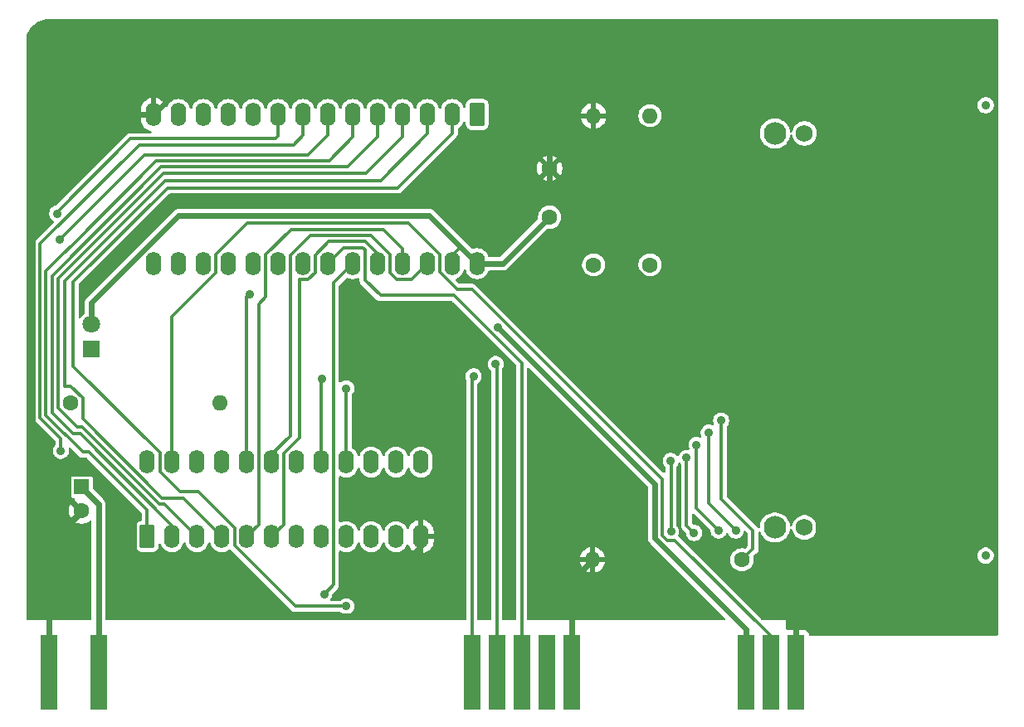
<source format=gbl>
%TF.GenerationSoftware,KiCad,Pcbnew,9.0.0*%
%TF.CreationDate,2025-03-25T10:37:28+02:00*%
%TF.ProjectId,xt-cf,78742d63-662e-46b6-9963-61645f706362,rev?*%
%TF.SameCoordinates,Original*%
%TF.FileFunction,Copper,L2,Bot*%
%TF.FilePolarity,Positive*%
%FSLAX46Y46*%
G04 Gerber Fmt 4.6, Leading zero omitted, Abs format (unit mm)*
G04 Created by KiCad (PCBNEW 9.0.0) date 2025-03-25 10:37:28*
%MOMM*%
%LPD*%
G01*
G04 APERTURE LIST*
G04 Aperture macros list*
%AMRoundRect*
0 Rectangle with rounded corners*
0 $1 Rounding radius*
0 $2 $3 $4 $5 $6 $7 $8 $9 X,Y pos of 4 corners*
0 Add a 4 corners polygon primitive as box body*
4,1,4,$2,$3,$4,$5,$6,$7,$8,$9,$2,$3,0*
0 Add four circle primitives for the rounded corners*
1,1,$1+$1,$2,$3*
1,1,$1+$1,$4,$5*
1,1,$1+$1,$6,$7*
1,1,$1+$1,$8,$9*
0 Add four rect primitives between the rounded corners*
20,1,$1+$1,$2,$3,$4,$5,0*
20,1,$1+$1,$4,$5,$6,$7,0*
20,1,$1+$1,$6,$7,$8,$9,0*
20,1,$1+$1,$8,$9,$2,$3,0*%
G04 Aperture macros list end*
%TA.AperFunction,ComponentPad*%
%ADD10RoundRect,0.250000X0.550000X-0.950000X0.550000X0.950000X-0.550000X0.950000X-0.550000X-0.950000X0*%
%TD*%
%TA.AperFunction,ComponentPad*%
%ADD11O,1.600000X2.400000*%
%TD*%
%TA.AperFunction,ComponentPad*%
%ADD12C,1.600000*%
%TD*%
%TA.AperFunction,ConnectorPad*%
%ADD13R,1.778000X7.620000*%
%TD*%
%TA.AperFunction,ComponentPad*%
%ADD14O,1.600000X1.600000*%
%TD*%
%TA.AperFunction,ComponentPad*%
%ADD15R,1.800000X1.800000*%
%TD*%
%TA.AperFunction,ComponentPad*%
%ADD16C,1.800000*%
%TD*%
%TA.AperFunction,ComponentPad*%
%ADD17RoundRect,0.250000X-0.550000X0.950000X-0.550000X-0.950000X0.550000X-0.950000X0.550000X0.950000X0*%
%TD*%
%TA.AperFunction,ComponentPad*%
%ADD18C,0.899160*%
%TD*%
%TA.AperFunction,ComponentPad*%
%ADD19C,2.301240*%
%TD*%
%TA.AperFunction,ComponentPad*%
%ADD20C,1.750060*%
%TD*%
%TA.AperFunction,ComponentPad*%
%ADD21R,1.600000X1.600000*%
%TD*%
%TA.AperFunction,ViaPad*%
%ADD22C,0.889000*%
%TD*%
%TA.AperFunction,Conductor*%
%ADD23C,0.368300*%
%TD*%
%TA.AperFunction,Conductor*%
%ADD24C,0.632460*%
%TD*%
G04 APERTURE END LIST*
D10*
%TO.P,U1,1,I1*%
%TO.N,/A4*%
X114180000Y-116620000D03*
D11*
%TO.P,U1,2,I2*%
%TO.N,/A5*%
X116720000Y-116620000D03*
%TO.P,U1,3,I3*%
%TO.N,/A6*%
X119260000Y-116620000D03*
%TO.P,U1,4,I4*%
%TO.N,/A7*%
X121800000Y-116620000D03*
%TO.P,U1,5,I5*%
%TO.N,/A8*%
X124340000Y-116620000D03*
%TO.P,U1,6,I6*%
%TO.N,/A9*%
X126880000Y-116620000D03*
%TO.P,U1,7,I7*%
%TO.N,/A13*%
X129420000Y-116620000D03*
%TO.P,U1,8,I8*%
%TO.N,/A14*%
X131960000Y-116620000D03*
%TO.P,U1,9,I9*%
%TO.N,/A15*%
X134500000Y-116620000D03*
%TO.P,U1,10,I10*%
%TO.N,/A16*%
X137040000Y-116620000D03*
%TO.P,U1,11,I11*%
%TO.N,/A17*%
X139580000Y-116620000D03*
%TO.P,U1,12,GND*%
%TO.N,GND*%
X142120000Y-116620000D03*
%TO.P,U1,13,I13*%
%TO.N,/A18*%
X142120000Y-109000000D03*
%TO.P,U1,14,I14*%
%TO.N,/A19*%
X139580000Y-109000000D03*
%TO.P,U1,15,IO15*%
%TO.N,/AEN*%
X137040000Y-109000000D03*
%TO.P,U1,16,IO16*%
%TO.N,/~{CF_CS0}*%
X134500000Y-109000000D03*
%TO.P,U1,17,IO17*%
%TO.N,/~{CF_CS1}*%
X131960000Y-109000000D03*
%TO.P,U1,18,IO18*%
%TO.N,/~{ROM_CS}*%
X129420000Y-109000000D03*
%TO.P,U1,19,IO19*%
%TO.N,/ROM_HI*%
X126880000Y-109000000D03*
%TO.P,U1,20,I020*%
%TO.N,/~{CF_RESET}*%
X124340000Y-109000000D03*
%TO.P,U1,21,IO21*%
%TO.N,/~{CF_DASP}*%
X121800000Y-109000000D03*
%TO.P,U1,22,IO22*%
%TO.N,Net-(U1-IO22)*%
X119260000Y-109000000D03*
%TO.P,U1,23,I23*%
%TO.N,/RESETDRV*%
X116720000Y-109000000D03*
%TO.P,U1,24,VCC*%
%TO.N,VCC*%
X114180000Y-109000000D03*
%TD*%
D12*
%TO.P,C1,1*%
%TO.N,VCC*%
X155250000Y-84000000D03*
%TO.P,C1,2*%
%TO.N,GND*%
X155250000Y-79000000D03*
%TD*%
D13*
%TO.P,BUS1,1,GND*%
%TO.N,GND*%
X180340000Y-130492500D03*
%TO.P,BUS1,2,RESET*%
%TO.N,/RESETDRV*%
X177800000Y-130492500D03*
%TO.P,BUS1,3,VCC*%
%TO.N,VCC*%
X175260000Y-130492500D03*
%TO.P,BUS1,10,GND*%
%TO.N,GND*%
X157480000Y-130492500D03*
%TO.P,BUS1,11,MEMW*%
%TO.N,/~{MEMW}*%
X154940000Y-130492500D03*
%TO.P,BUS1,12,MEMR*%
%TO.N,/~{MEMR}*%
X152400000Y-130492500D03*
%TO.P,BUS1,13,IOW*%
%TO.N,/~{IOW}*%
X149860000Y-130492500D03*
%TO.P,BUS1,14,IOR*%
%TO.N,/~{IOR}*%
X147320000Y-130492500D03*
%TO.P,BUS1,29,VCC*%
%TO.N,VCC*%
X109220000Y-130492500D03*
%TO.P,BUS1,31,GND*%
%TO.N,GND*%
X104140000Y-130492500D03*
%TD*%
D12*
%TO.P,R1,1*%
%TO.N,Net-(D1-K)*%
X106380000Y-103000000D03*
D14*
%TO.P,R1,2*%
%TO.N,Net-(U1-IO22)*%
X121620000Y-103000000D03*
%TD*%
D12*
%TO.P,R3,1*%
%TO.N,/CF_IORDY*%
X165500000Y-88870000D03*
D14*
%TO.P,R3,2*%
%TO.N,VCC*%
X165500000Y-73630000D03*
%TD*%
D12*
%TO.P,R4,1*%
%TO.N,/CF_DMARQ*%
X159750000Y-88870000D03*
D14*
%TO.P,R4,2*%
%TO.N,GND*%
X159750000Y-73630000D03*
%TD*%
D15*
%TO.P,D1,1,K*%
%TO.N,Net-(D1-K)*%
X108500000Y-97500000D03*
D16*
%TO.P,D1,2,A*%
%TO.N,VCC*%
X108500000Y-94960000D03*
%TD*%
D17*
%TO.P,U2,1,VPP*%
%TO.N,VCC*%
X147870000Y-73510000D03*
D11*
%TO.P,U2,2,A12*%
%TO.N,/A12*%
X145330000Y-73510000D03*
%TO.P,U2,3,A7*%
%TO.N,/A7*%
X142790000Y-73510000D03*
%TO.P,U2,4,A6*%
%TO.N,/A6*%
X140250000Y-73510000D03*
%TO.P,U2,5,A5*%
%TO.N,/A5*%
X137710000Y-73510000D03*
%TO.P,U2,6,A4*%
%TO.N,/A4*%
X135170000Y-73510000D03*
%TO.P,U2,7,A3*%
%TO.N,/A3*%
X132630000Y-73510000D03*
%TO.P,U2,8,A2*%
%TO.N,/A2*%
X130090000Y-73510000D03*
%TO.P,U2,9,A1*%
%TO.N,/A1*%
X127550000Y-73510000D03*
%TO.P,U2,10,A0*%
%TO.N,/A0*%
X125010000Y-73510000D03*
%TO.P,U2,11,D0*%
%TO.N,/D0*%
X122470000Y-73510000D03*
%TO.P,U2,12,D1*%
%TO.N,/D1*%
X119930000Y-73510000D03*
%TO.P,U2,13,D2*%
%TO.N,/D2*%
X117390000Y-73510000D03*
%TO.P,U2,14,GND*%
%TO.N,GND*%
X114850000Y-73510000D03*
%TO.P,U2,15,D3*%
%TO.N,/D3*%
X114850000Y-88750000D03*
%TO.P,U2,16,D4*%
%TO.N,/D4*%
X117390000Y-88750000D03*
%TO.P,U2,17,D5*%
%TO.N,/D5*%
X119930000Y-88750000D03*
%TO.P,U2,18,D6*%
%TO.N,/D6*%
X122470000Y-88750000D03*
%TO.P,U2,19,D7*%
%TO.N,/D7*%
X125010000Y-88750000D03*
%TO.P,U2,20,~{CE}*%
%TO.N,/~{ROM_CS}*%
X127550000Y-88750000D03*
%TO.P,U2,21,A10*%
%TO.N,/A10*%
X130090000Y-88750000D03*
%TO.P,U2,22,~{OE}*%
%TO.N,/~{MEMR}*%
X132630000Y-88750000D03*
%TO.P,U2,23,A11*%
%TO.N,/A11*%
X135170000Y-88750000D03*
%TO.P,U2,24,A9*%
%TO.N,/A9*%
X137710000Y-88750000D03*
%TO.P,U2,25,A8*%
%TO.N,/A8*%
X140250000Y-88750000D03*
%TO.P,U2,26,A13*%
%TO.N,/ROM_HI*%
X142790000Y-88750000D03*
%TO.P,U2,27,~{PGM}*%
%TO.N,VCC*%
X145330000Y-88750000D03*
%TO.P,U2,28,VCC*%
X147870000Y-88750000D03*
%TD*%
D18*
%TO.P,P1,*%
%TO.N,*%
X199747620Y-118567200D03*
D19*
X178249060Y-115687540D03*
D20*
X181248800Y-115687540D03*
D19*
X178249060Y-75447460D03*
D20*
X181248800Y-75447460D03*
D18*
X199747620Y-72567800D03*
%TD*%
D12*
%TO.P,R2,1*%
%TO.N,/D7*%
X174870000Y-119000000D03*
D14*
%TO.P,R2,2*%
%TO.N,GND*%
X159630000Y-119000000D03*
%TD*%
D21*
%TO.P,C2,1*%
%TO.N,VCC*%
X107500000Y-111500000D03*
D12*
%TO.P,C2,2*%
%TO.N,GND*%
X107500000Y-114000000D03*
%TD*%
D22*
%TO.N,/A1*%
X105022650Y-83629297D03*
%TO.N,/A11*%
X132250000Y-122500000D03*
%TO.N,/A12*%
X134500000Y-123750000D03*
%TO.N,/A2*%
X105386600Y-107863400D03*
%TO.N,/A3*%
X105250000Y-86250000D03*
%TO.N,/D3*%
X167640000Y-116110000D03*
X167612040Y-108887960D03*
%TO.N,/D4*%
X170000000Y-116250000D03*
X169223279Y-108585000D03*
%TO.N,/D5*%
X170250000Y-107250000D03*
X172500000Y-116000000D03*
%TO.N,/D6*%
X171500000Y-106000000D03*
X174250000Y-116000000D03*
%TO.N,/D7*%
X172750000Y-104775000D03*
%TO.N,/~{CF_CS0}*%
X134500000Y-101500000D03*
%TO.N,/~{CF_CS1}*%
X132000000Y-100500000D03*
%TO.N,/~{CF_RESET}*%
X124625000Y-91875000D03*
%TO.N,/~{IOR}*%
X147500000Y-100250000D03*
%TO.N,/~{IOW}*%
X149750000Y-99000000D03*
%TO.N,GND*%
X179095393Y-104404607D03*
%TO.N,VCC*%
X150000000Y-95250000D03*
%TD*%
D23*
%TO.N,/A1*%
X127250000Y-76000000D02*
X127550000Y-75700000D01*
X112500000Y-76000000D02*
X127250000Y-76000000D01*
X105022650Y-83629297D02*
X105022650Y-83477350D01*
X127550000Y-75700000D02*
X127550000Y-73510000D01*
X105022650Y-83477350D02*
X112500000Y-76000000D01*
%TO.N,/A11*%
X133199150Y-90720850D02*
X135170000Y-88750000D01*
X132250000Y-122500000D02*
X133199150Y-121550850D01*
X133199150Y-121550850D02*
X133199150Y-90720850D01*
%TO.N,/A12*%
X123100850Y-115768427D02*
X123100850Y-117533273D01*
X106640603Y-99246480D02*
X115480850Y-108086727D01*
X123100850Y-117533273D02*
X129317577Y-123750000D01*
X139750000Y-81000000D02*
X116250000Y-81000000D01*
X129317577Y-123750000D02*
X134500000Y-123750000D01*
X117567577Y-112045850D02*
X119378273Y-112045850D01*
X115480850Y-108086727D02*
X115480850Y-109959123D01*
X106640603Y-90609397D02*
X106640603Y-99246480D01*
X115480850Y-109959123D02*
X117567577Y-112045850D01*
X116250000Y-81000000D02*
X106640603Y-90609397D01*
X119378273Y-112045850D02*
X123100850Y-115768427D01*
X145330000Y-73510000D02*
X145330000Y-75420000D01*
X145330000Y-75420000D02*
X139750000Y-81000000D01*
%TO.N,/A2*%
X129126700Y-76623300D02*
X125250000Y-76623300D01*
X125250000Y-76623300D02*
X126508180Y-76623300D01*
X105386600Y-107863400D02*
X105386600Y-106636600D01*
X103250000Y-104500000D02*
X103250000Y-86750000D01*
X105386600Y-106636600D02*
X103250000Y-104500000D01*
X130090000Y-75660000D02*
X129126700Y-76623300D01*
X113376700Y-76623300D02*
X125250000Y-76623300D01*
X130090000Y-73510000D02*
X130090000Y-75660000D01*
X103250000Y-86750000D02*
X113376700Y-76623300D01*
%TO.N,/A3*%
X132630000Y-73510000D02*
X132630000Y-75620000D01*
X113876700Y-77623300D02*
X105250000Y-86250000D01*
X132630000Y-75620000D02*
X130626700Y-77623300D01*
X130626700Y-77623300D02*
X113876700Y-77623300D01*
%TO.N,/A4*%
X106009900Y-106378420D02*
X106009900Y-106378421D01*
X135170000Y-75830000D02*
X135170000Y-73510000D01*
X114180000Y-116620000D02*
X114180000Y-113930000D01*
X108250000Y-108000000D02*
X107631480Y-108000000D01*
X106529600Y-86874200D02*
X106529600Y-86851880D01*
X103873300Y-89508180D02*
X105624530Y-87756950D01*
X114180000Y-113930000D02*
X108250000Y-108000000D01*
X115134880Y-78246600D02*
X132753400Y-78246600D01*
X106009900Y-106378420D02*
X105644779Y-106013300D01*
X132753400Y-78246600D02*
X135170000Y-75830000D01*
X106529600Y-86851880D02*
X115134880Y-78246600D01*
X107631480Y-108000000D02*
X106009900Y-106378420D01*
X105646850Y-87756950D02*
X106529600Y-86874200D01*
X105644779Y-106013300D02*
X103873300Y-104241820D01*
X103873300Y-104241820D02*
X103873300Y-89508180D01*
X105624530Y-87756950D02*
X105646850Y-87756950D01*
%TO.N,/A5*%
X104496600Y-90003400D02*
X104496600Y-103983640D01*
X137710000Y-75790000D02*
X134630100Y-78869900D01*
X137710000Y-73510000D02*
X137710000Y-75790000D01*
X130691579Y-78869900D02*
X115630100Y-78869900D01*
X107370241Y-106120241D02*
X116720000Y-115470000D01*
X116720000Y-115470000D02*
X116720000Y-116620000D01*
X104496600Y-103983640D02*
X106633200Y-106120241D01*
X106633200Y-106120241D02*
X107370241Y-106120241D01*
X116620000Y-116620000D02*
X116720000Y-116620000D01*
X130691579Y-78869900D02*
X130691580Y-78869900D01*
X134630100Y-78869900D02*
X130691579Y-78869900D01*
X115630100Y-78869900D02*
X104496600Y-90003400D01*
%TO.N,/A6*%
X105119900Y-101508179D02*
X105119900Y-90261580D01*
X105866727Y-104239150D02*
X105140850Y-103513273D01*
X107573049Y-105426951D02*
X107054528Y-105426951D01*
X115881480Y-79500000D02*
X136500000Y-79500000D01*
X107054528Y-105426951D02*
X105119900Y-103492323D01*
X136500000Y-79500000D02*
X140250000Y-75750000D01*
X105119900Y-90261580D02*
X115881480Y-79500000D01*
X115932450Y-113292450D02*
X115438547Y-113292450D01*
X119260000Y-116620000D02*
X115932450Y-113292450D01*
X115438547Y-113292450D02*
X107573049Y-105426951D01*
X105119900Y-103492323D02*
X105119900Y-101508179D01*
X105119900Y-102867477D02*
X105119900Y-101508179D01*
X140250000Y-75750000D02*
X140250000Y-73510000D01*
%TO.N,/A7*%
X107619150Y-104591573D02*
X107619150Y-102486727D01*
X115696727Y-112669150D02*
X107619150Y-104591573D01*
X107619150Y-103513273D02*
X107619150Y-102486727D01*
X107619150Y-102486727D02*
X106382423Y-101250000D01*
X117849150Y-112669150D02*
X115696727Y-112669150D01*
X105743200Y-101250000D02*
X105743200Y-90519760D01*
X105743200Y-90519760D02*
X116012960Y-80250000D01*
X142790000Y-75460000D02*
X142790000Y-73510000D01*
X106382423Y-101250000D02*
X105743200Y-101250000D01*
X121800000Y-116620000D02*
X117849150Y-112669150D01*
X138000000Y-80250000D02*
X142790000Y-75460000D01*
X116012960Y-80250000D02*
X138000000Y-80250000D01*
%TO.N,/A8*%
X126310850Y-92141573D02*
X125579150Y-92873273D01*
X140250000Y-87181700D02*
X138309250Y-85240950D01*
X125579150Y-92873273D02*
X125579150Y-115380850D01*
X140250000Y-88750000D02*
X140250000Y-87181700D01*
X138309250Y-85240950D02*
X128906627Y-85240950D01*
X128906627Y-85240950D02*
X126310850Y-87836727D01*
X126310850Y-87836727D02*
X126310850Y-92141573D01*
X125579150Y-115380850D02*
X124340000Y-116620000D01*
%TO.N,/A9*%
X129750000Y-106517577D02*
X128119150Y-108148427D01*
X131329150Y-89663274D02*
X130603273Y-90389150D01*
X131329150Y-87898427D02*
X131329150Y-89663274D01*
X137710000Y-87731922D02*
X136465628Y-86487550D01*
X128119150Y-108148427D02*
X128119150Y-115380850D01*
X129750000Y-90389150D02*
X129750000Y-106517577D01*
X128119150Y-115380850D02*
X126880000Y-116620000D01*
X137710000Y-88750000D02*
X137710000Y-87731922D01*
X130603273Y-90389150D02*
X129750000Y-90389150D01*
X132740027Y-86487550D02*
X131329150Y-87898427D01*
X136465628Y-86487550D02*
X132740027Y-86487550D01*
%TO.N,/D3*%
X167640000Y-116110000D02*
X167640000Y-108915920D01*
X167640000Y-108915920D02*
X167612040Y-108887960D01*
%TO.N,/D4*%
X169223279Y-108585000D02*
X169223279Y-115473279D01*
X169223279Y-115473279D02*
X170000000Y-116250000D01*
%TO.N,/D5*%
X172500000Y-116000000D02*
X170250000Y-113750000D01*
X170250000Y-113750000D02*
X170250000Y-107250000D01*
%TO.N,/D6*%
X171500000Y-106000000D02*
X171500000Y-113250000D01*
X171500000Y-113250000D02*
X174250000Y-116000000D01*
%TO.N,/D7*%
X176000000Y-116000000D02*
X176000000Y-117870000D01*
X172750000Y-104775000D02*
X172750000Y-112750000D01*
X172750000Y-112750000D02*
X176000000Y-116000000D01*
X176000000Y-117870000D02*
X174870000Y-119000000D01*
%TO.N,/RESETDRV*%
X116720000Y-109000000D02*
X116720000Y-94174123D01*
X121230850Y-87836727D02*
X124449927Y-84617650D01*
X124449927Y-84617650D02*
X140810073Y-84617650D01*
X140810073Y-84617650D02*
X144029150Y-87836727D01*
X147376700Y-91376700D02*
X166756350Y-110756350D01*
X167993650Y-116993650D02*
X177800000Y-126800000D01*
X121230850Y-89663273D02*
X121230850Y-87836727D01*
X144029150Y-87836727D02*
X144029150Y-89601573D01*
X116720000Y-94174123D02*
X121230850Y-89663273D01*
X177800000Y-126800000D02*
X177800000Y-130492500D01*
X144029150Y-89601573D02*
X145804277Y-91376700D01*
X166756350Y-116476020D02*
X167273980Y-116993650D01*
X145804277Y-91376700D02*
X147376700Y-91376700D01*
X166756350Y-110756350D02*
X166756350Y-116476020D01*
X167273980Y-116993650D02*
X167993650Y-116993650D01*
%TO.N,/~{CF_CS0}*%
X134500000Y-109000000D02*
X134500000Y-101750000D01*
X134500000Y-101750000D02*
X134500000Y-101500000D01*
%TO.N,/~{CF_CS1}*%
X132000000Y-100500000D02*
X131960000Y-100540000D01*
X131960000Y-109000000D02*
X131960000Y-100540000D01*
%TO.N,/~{CF_RESET}*%
X124625000Y-91875000D02*
X124340000Y-92160000D01*
X124340000Y-92160000D02*
X124340000Y-109000000D01*
%TO.N,/~{IOR}*%
X147320000Y-100430000D02*
X147500000Y-100250000D01*
X147320000Y-130492500D02*
X147320000Y-100430000D01*
%TO.N,/~{IOW}*%
X149860000Y-130492500D02*
X149860000Y-99110000D01*
X149860000Y-99110000D02*
X149750000Y-99000000D01*
%TO.N,/~{MEMR}*%
X136409150Y-87312551D02*
X136409150Y-89659150D01*
X132630000Y-88750000D02*
X134269150Y-87110850D01*
X136207449Y-87110850D02*
X136409150Y-87312551D01*
X152400000Y-98900000D02*
X145500000Y-92000000D01*
X145500000Y-92000000D02*
X138000000Y-92000000D01*
X136409150Y-89659150D02*
X136409150Y-89663273D01*
X152400000Y-130492500D02*
X152400000Y-98900000D01*
X134269150Y-87110850D02*
X136207449Y-87110850D01*
X136409150Y-90409150D02*
X136409150Y-89659150D01*
X138000000Y-92000000D02*
X136409150Y-90409150D01*
D24*
%TO.N,GND*%
X107500000Y-114067600D02*
X102494620Y-109062220D01*
X102494620Y-84432920D02*
X113417540Y-73510000D01*
X117610000Y-70750000D02*
X152250000Y-70750000D01*
X119657408Y-124765730D02*
X135006730Y-124765730D01*
X142120000Y-117652460D02*
X142120000Y-116620000D01*
X180340000Y-130492500D02*
X180340000Y-125160000D01*
X180340000Y-125160000D02*
X182695060Y-122804940D01*
X179095393Y-104404607D02*
X155250000Y-80559213D01*
X102494620Y-109062220D02*
X102494620Y-84432920D01*
X112808770Y-117917092D02*
X119657408Y-124765730D01*
X157480000Y-130492500D02*
X157480000Y-121150000D01*
X112808770Y-114133910D02*
X112808770Y-117917092D01*
X152250000Y-70750000D02*
X155250000Y-73750000D01*
X108871230Y-110196370D02*
X112808770Y-114133910D01*
X113417540Y-73510000D02*
X114850000Y-73510000D01*
X107500000Y-114067600D02*
X106128770Y-112696370D01*
X106128770Y-110196370D02*
X108871230Y-110196370D01*
X157480000Y-121150000D02*
X159630000Y-119000000D01*
X104140000Y-130492500D02*
X104140000Y-117427600D01*
X104140000Y-117427600D02*
X107500000Y-114067600D01*
X182695060Y-108004273D02*
X179095393Y-104404607D01*
X114850000Y-73510000D02*
X117610000Y-70750000D01*
X135006730Y-124765730D02*
X142120000Y-117652460D01*
X155250000Y-80559213D02*
X155250000Y-79000000D01*
X155250000Y-73750000D02*
X155250000Y-79000000D01*
X106128770Y-112696370D02*
X106128770Y-110196370D01*
X182695060Y-122804940D02*
X182695060Y-108004273D01*
%TO.N,VCC*%
X166000970Y-116163132D02*
X166000970Y-111250970D01*
X166000970Y-116788908D02*
X166000970Y-116750970D01*
X142982270Y-83862270D02*
X117398518Y-83862270D01*
X175260000Y-126047938D02*
X166443462Y-117231400D01*
X175260000Y-130492500D02*
X175260000Y-126047938D01*
X166443462Y-117231400D02*
X166443461Y-117231400D01*
X108500000Y-92760788D02*
X108500000Y-94960000D01*
X147870000Y-88750000D02*
X146185000Y-87065000D01*
X146185000Y-87065000D02*
X142982270Y-83862270D01*
X166000970Y-116750970D02*
X166000970Y-116163132D01*
X147870000Y-88750000D02*
X150500000Y-88750000D01*
X109220000Y-113287600D02*
X107500000Y-111567600D01*
X166443461Y-117231400D02*
X166000970Y-116788909D01*
X166000970Y-116788909D02*
X166000970Y-116788908D01*
X150500000Y-88750000D02*
X155250000Y-84000000D01*
D23*
X145330000Y-88750000D02*
X145330000Y-87920000D01*
D24*
X117398518Y-83862270D02*
X108500000Y-92760788D01*
D23*
X145330000Y-87920000D02*
X146185000Y-87065000D01*
D24*
X109220000Y-130492500D02*
X109220000Y-113287600D01*
X166000970Y-111250970D02*
X150000000Y-95250000D01*
D23*
%TO.N,/ROM_HI*%
X128789150Y-87898427D02*
X130823327Y-85864250D01*
X137038373Y-85864250D02*
X138949150Y-87775027D01*
X128789150Y-106322550D02*
X128789150Y-87898427D01*
X138949150Y-89663273D02*
X139675027Y-90389150D01*
X141150850Y-90389150D02*
X142790000Y-88750000D01*
X130823327Y-85864250D02*
X137038373Y-85864250D01*
X139675027Y-90389150D02*
X141150850Y-90389150D01*
X138949150Y-87775027D02*
X138949150Y-89663273D01*
X126880000Y-109000000D02*
X126880000Y-108231700D01*
X126880000Y-108231700D02*
X128789150Y-106322550D01*
%TD*%
%TA.AperFunction,Conductor*%
%TO.N,GND*%
G36*
X200941621Y-63770502D02*
G01*
X200988114Y-63824158D01*
X200999500Y-63876500D01*
X200999500Y-126623500D01*
X200979498Y-126691621D01*
X200925842Y-126738114D01*
X200873500Y-126749500D01*
X182820324Y-126749500D01*
X182815248Y-126750000D01*
X181862650Y-126750000D01*
X181794529Y-126729998D01*
X181748036Y-126676342D01*
X181738399Y-126637154D01*
X181737361Y-126637266D01*
X181730494Y-126573406D01*
X181679444Y-126436535D01*
X181679444Y-126436534D01*
X181591904Y-126319595D01*
X181474965Y-126232055D01*
X181338093Y-126181005D01*
X181277597Y-126174500D01*
X179516000Y-126174500D01*
X179447879Y-126154498D01*
X179401386Y-126100842D01*
X179390000Y-126048500D01*
X179390000Y-125162500D01*
X177011048Y-125162500D01*
X176942927Y-125142498D01*
X176921953Y-125125595D01*
X168407794Y-116611436D01*
X168373768Y-116549124D01*
X168378833Y-116478309D01*
X168380470Y-116474148D01*
X168431815Y-116350194D01*
X168463460Y-116191104D01*
X168463460Y-116028896D01*
X168431815Y-115869806D01*
X168369740Y-115719946D01*
X168279623Y-115585075D01*
X168279621Y-115585073D01*
X168279616Y-115585067D01*
X168240015Y-115545466D01*
X168205989Y-115483154D01*
X168203110Y-115456371D01*
X168203110Y-109513628D01*
X168223112Y-109445507D01*
X168240012Y-109424535D01*
X168251663Y-109412885D01*
X168341780Y-109278014D01*
X168389694Y-109162339D01*
X168410616Y-109136377D01*
X168430590Y-109109694D01*
X168432776Y-109108878D01*
X168434240Y-109107062D01*
X168465875Y-109096532D01*
X168497110Y-109084882D01*
X168499389Y-109085377D01*
X168501603Y-109084641D01*
X168533904Y-109092885D01*
X168566484Y-109099972D01*
X168568974Y-109101836D01*
X168570395Y-109102199D01*
X168595195Y-109121464D01*
X168623264Y-109149533D01*
X168657289Y-109211843D01*
X168660169Y-109238628D01*
X168660169Y-115547414D01*
X168666442Y-115570823D01*
X168666443Y-115570827D01*
X168698543Y-115690629D01*
X168698546Y-115690636D01*
X168772676Y-115819033D01*
X168772678Y-115819035D01*
X168772679Y-115819037D01*
X169139636Y-116185994D01*
X169173660Y-116248305D01*
X169176540Y-116275088D01*
X169176540Y-116331104D01*
X169208185Y-116490194D01*
X169270260Y-116640054D01*
X169360377Y-116774925D01*
X169360378Y-116774926D01*
X169360383Y-116774932D01*
X169475067Y-116889616D01*
X169475073Y-116889621D01*
X169475075Y-116889623D01*
X169609946Y-116979740D01*
X169759806Y-117041815D01*
X169918896Y-117073460D01*
X169918897Y-117073460D01*
X170081103Y-117073460D01*
X170081104Y-117073460D01*
X170240194Y-117041815D01*
X170390054Y-116979740D01*
X170524925Y-116889623D01*
X170639623Y-116774925D01*
X170729740Y-116640054D01*
X170791815Y-116490194D01*
X170823460Y-116331104D01*
X170823460Y-116168896D01*
X170791815Y-116009806D01*
X170729740Y-115859946D01*
X170639623Y-115725075D01*
X170639621Y-115725073D01*
X170639616Y-115725067D01*
X170524932Y-115610383D01*
X170524926Y-115610378D01*
X170524925Y-115610377D01*
X170390054Y-115520260D01*
X170240194Y-115458185D01*
X170187164Y-115447636D01*
X170081106Y-115426540D01*
X170081104Y-115426540D01*
X170025088Y-115426540D01*
X169995172Y-115417756D01*
X169964703Y-115411128D01*
X169959607Y-115407313D01*
X169956967Y-115406538D01*
X169935993Y-115389635D01*
X169823294Y-115276936D01*
X169789268Y-115214624D01*
X169786389Y-115187841D01*
X169786389Y-114386937D01*
X169806391Y-114318816D01*
X169860047Y-114272323D01*
X169930321Y-114262219D01*
X169994901Y-114291713D01*
X170001484Y-114297842D01*
X171639635Y-115935993D01*
X171673661Y-115998305D01*
X171676540Y-116025088D01*
X171676540Y-116081104D01*
X171708185Y-116240194D01*
X171770260Y-116390054D01*
X171860377Y-116524925D01*
X171860378Y-116524926D01*
X171860383Y-116524932D01*
X171975067Y-116639616D01*
X171975073Y-116639621D01*
X171975075Y-116639623D01*
X172109946Y-116729740D01*
X172259806Y-116791815D01*
X172418896Y-116823460D01*
X172418897Y-116823460D01*
X172581103Y-116823460D01*
X172581104Y-116823460D01*
X172740194Y-116791815D01*
X172890054Y-116729740D01*
X173024925Y-116639623D01*
X173139623Y-116524925D01*
X173229740Y-116390054D01*
X173258592Y-116320399D01*
X173303139Y-116265120D01*
X173370503Y-116242699D01*
X173439294Y-116260257D01*
X173487672Y-116312219D01*
X173491401Y-116320385D01*
X173513773Y-116374394D01*
X173520260Y-116390054D01*
X173610378Y-116524926D01*
X173610383Y-116524932D01*
X173725067Y-116639616D01*
X173725073Y-116639621D01*
X173725075Y-116639623D01*
X173859946Y-116729740D01*
X174009806Y-116791815D01*
X174168896Y-116823460D01*
X174168897Y-116823460D01*
X174331103Y-116823460D01*
X174331104Y-116823460D01*
X174490194Y-116791815D01*
X174640054Y-116729740D01*
X174774925Y-116639623D01*
X174889623Y-116524925D01*
X174979740Y-116390054D01*
X175041815Y-116240194D01*
X175062526Y-116136071D01*
X175067312Y-116126922D01*
X175068049Y-116116621D01*
X175083491Y-116095992D01*
X175095434Y-116073162D01*
X175104407Y-116068052D01*
X175110596Y-116059785D01*
X175134738Y-116050780D01*
X175157129Y-116038030D01*
X175167440Y-116038582D01*
X175177116Y-116034974D01*
X175202293Y-116040450D01*
X175228023Y-116041830D01*
X175238245Y-116048271D01*
X175246490Y-116050065D01*
X175275200Y-116071558D01*
X175399985Y-116196343D01*
X175434011Y-116258655D01*
X175436890Y-116285438D01*
X175436890Y-117584560D01*
X175416888Y-117652681D01*
X175399985Y-117673656D01*
X175258371Y-117815269D01*
X175196059Y-117849294D01*
X175149566Y-117850622D01*
X175119805Y-117845908D01*
X174962786Y-117821040D01*
X174777214Y-117821040D01*
X174703898Y-117832651D01*
X174593923Y-117850069D01*
X174417437Y-117907414D01*
X174252086Y-117991665D01*
X174101956Y-118100741D01*
X174101953Y-118100743D01*
X173970743Y-118231953D01*
X173970741Y-118231956D01*
X173861665Y-118382086D01*
X173777414Y-118547437D01*
X173720069Y-118723923D01*
X173706615Y-118808876D01*
X173691040Y-118907214D01*
X173691040Y-119092786D01*
X173708457Y-119202758D01*
X173720069Y-119276076D01*
X173777414Y-119452562D01*
X173777415Y-119452564D01*
X173861663Y-119617910D01*
X173970739Y-119768041D01*
X173970741Y-119768043D01*
X173970743Y-119768046D01*
X174101953Y-119899256D01*
X174101956Y-119899258D01*
X174101959Y-119899261D01*
X174252090Y-120008337D01*
X174417436Y-120092585D01*
X174593926Y-120149931D01*
X174777214Y-120178960D01*
X174777216Y-120178960D01*
X174962784Y-120178960D01*
X174962786Y-120178960D01*
X175146074Y-120149931D01*
X175322564Y-120092585D01*
X175487910Y-120008337D01*
X175638041Y-119899261D01*
X175769261Y-119768041D01*
X175878337Y-119617910D01*
X175962585Y-119452564D01*
X176019931Y-119276074D01*
X176048960Y-119092786D01*
X176048960Y-118907214D01*
X176019931Y-118723926D01*
X176019929Y-118723922D01*
X176019377Y-118720432D01*
X176028477Y-118650021D01*
X176054731Y-118611626D01*
X176180765Y-118485593D01*
X198919080Y-118485593D01*
X198919080Y-118648806D01*
X198938413Y-118746000D01*
X198950920Y-118808876D01*
X199013377Y-118959661D01*
X199073963Y-119050334D01*
X199104050Y-119095362D01*
X199104055Y-119095368D01*
X199219451Y-119210764D01*
X199219457Y-119210769D01*
X199355159Y-119301443D01*
X199505944Y-119363900D01*
X199666016Y-119395740D01*
X199666017Y-119395740D01*
X199829223Y-119395740D01*
X199829224Y-119395740D01*
X199989296Y-119363900D01*
X200140081Y-119301443D01*
X200275783Y-119210769D01*
X200391189Y-119095363D01*
X200481863Y-118959661D01*
X200544320Y-118808876D01*
X200576160Y-118648804D01*
X200576160Y-118485596D01*
X200544320Y-118325524D01*
X200481863Y-118174739D01*
X200391189Y-118039037D01*
X200391184Y-118039031D01*
X200275788Y-117923635D01*
X200275782Y-117923630D01*
X200198677Y-117872110D01*
X200140081Y-117832957D01*
X200011380Y-117779647D01*
X199989301Y-117770502D01*
X199989296Y-117770500D01*
X199829226Y-117738660D01*
X199829224Y-117738660D01*
X199666016Y-117738660D01*
X199666013Y-117738660D01*
X199505943Y-117770500D01*
X199505938Y-117770502D01*
X199355159Y-117832957D01*
X199219457Y-117923630D01*
X199219451Y-117923635D01*
X199104055Y-118039031D01*
X199104050Y-118039037D01*
X199013377Y-118174739D01*
X198950922Y-118325518D01*
X198950920Y-118325523D01*
X198919080Y-118485593D01*
X176180765Y-118485593D01*
X176276048Y-118390310D01*
X176450594Y-118215764D01*
X176450594Y-118215763D01*
X176450600Y-118215758D01*
X176524735Y-118087353D01*
X176563110Y-117944135D01*
X176563110Y-117795866D01*
X176563110Y-116244077D01*
X176583112Y-116175956D01*
X176636768Y-116129463D01*
X176707042Y-116119359D01*
X176771622Y-116148853D01*
X176808942Y-116205139D01*
X176820331Y-116240191D01*
X176822627Y-116247259D01*
X176831542Y-116274695D01*
X176940846Y-116489215D01*
X176940848Y-116489218D01*
X176966791Y-116524925D01*
X177082362Y-116683995D01*
X177082364Y-116683997D01*
X177082366Y-116684000D01*
X177252599Y-116854233D01*
X177252602Y-116854235D01*
X177252605Y-116854238D01*
X177447385Y-116995754D01*
X177661905Y-117105058D01*
X177890882Y-117179457D01*
X178128679Y-117217120D01*
X178128682Y-117217120D01*
X178369438Y-117217120D01*
X178369441Y-117217120D01*
X178607238Y-117179457D01*
X178836215Y-117105058D01*
X179050735Y-116995754D01*
X179245515Y-116854238D01*
X179415758Y-116683995D01*
X179557274Y-116489215D01*
X179666578Y-116274695D01*
X179740977Y-116045718D01*
X179763994Y-115900388D01*
X179794405Y-115836239D01*
X179854673Y-115798712D01*
X179925662Y-115799725D01*
X179984835Y-115838957D01*
X180012890Y-115900390D01*
X180025687Y-115981183D01*
X180086682Y-116168905D01*
X180086683Y-116168908D01*
X180086685Y-116168912D01*
X180176291Y-116344774D01*
X180292311Y-116504462D01*
X180431877Y-116644028D01*
X180431880Y-116644030D01*
X180591566Y-116760049D01*
X180767435Y-116849658D01*
X180955157Y-116910653D01*
X181150109Y-116941530D01*
X181150112Y-116941530D01*
X181347488Y-116941530D01*
X181347491Y-116941530D01*
X181542443Y-116910653D01*
X181730165Y-116849658D01*
X181906034Y-116760049D01*
X182065720Y-116644030D01*
X182205290Y-116504460D01*
X182321309Y-116344774D01*
X182410918Y-116168905D01*
X182471913Y-115981183D01*
X182502790Y-115786231D01*
X182502790Y-115588849D01*
X182471913Y-115393897D01*
X182410918Y-115206175D01*
X182321309Y-115030306D01*
X182205290Y-114870620D01*
X182205288Y-114870617D01*
X182065722Y-114731051D01*
X181906034Y-114615031D01*
X181730172Y-114525425D01*
X181730168Y-114525423D01*
X181730165Y-114525422D01*
X181542443Y-114464427D01*
X181347491Y-114433550D01*
X181150109Y-114433550D01*
X180955157Y-114464427D01*
X180955154Y-114464427D01*
X180955153Y-114464428D01*
X180865086Y-114493692D01*
X180767435Y-114525422D01*
X180767433Y-114525422D01*
X180767427Y-114525425D01*
X180591565Y-114615031D01*
X180431877Y-114731051D01*
X180292311Y-114870617D01*
X180176291Y-115030305D01*
X180086685Y-115206167D01*
X180086682Y-115206173D01*
X180086682Y-115206175D01*
X180071176Y-115253896D01*
X180025688Y-115393892D01*
X180025688Y-115393893D01*
X180025687Y-115393897D01*
X180016491Y-115451959D01*
X180012891Y-115474689D01*
X179982478Y-115538841D01*
X179922209Y-115576368D01*
X179851220Y-115575354D01*
X179792048Y-115536121D01*
X179763994Y-115474689D01*
X179740977Y-115329362D01*
X179666578Y-115100385D01*
X179557274Y-114885865D01*
X179415758Y-114691085D01*
X179415755Y-114691082D01*
X179415753Y-114691079D01*
X179245520Y-114520846D01*
X179245517Y-114520844D01*
X179245515Y-114520842D01*
X179050735Y-114379326D01*
X178836215Y-114270022D01*
X178836212Y-114270021D01*
X178836210Y-114270020D01*
X178607243Y-114195624D01*
X178607239Y-114195623D01*
X178607238Y-114195623D01*
X178369441Y-114157960D01*
X178128679Y-114157960D01*
X177934877Y-114188655D01*
X177890876Y-114195624D01*
X177661909Y-114270020D01*
X177661903Y-114270023D01*
X177447381Y-114379328D01*
X177252602Y-114520844D01*
X177252599Y-114520846D01*
X177082366Y-114691079D01*
X177082364Y-114691082D01*
X176940848Y-114885861D01*
X176831543Y-115100383D01*
X176831540Y-115100389D01*
X176757144Y-115329356D01*
X176757143Y-115329361D01*
X176757143Y-115329362D01*
X176722608Y-115547414D01*
X176719480Y-115567162D01*
X176719480Y-115649717D01*
X176699478Y-115717838D01*
X176645822Y-115764331D01*
X176575548Y-115774435D01*
X176510968Y-115744941D01*
X176484361Y-115712717D01*
X176450602Y-115654245D01*
X176450594Y-115654235D01*
X173350015Y-112553656D01*
X173315989Y-112491344D01*
X173313110Y-112464561D01*
X173313110Y-105428628D01*
X173333112Y-105360507D01*
X173350016Y-105339532D01*
X173389616Y-105299932D01*
X173389623Y-105299925D01*
X173479740Y-105165054D01*
X173541815Y-105015194D01*
X173573460Y-104856104D01*
X173573460Y-104693896D01*
X173541815Y-104534806D01*
X173479740Y-104384946D01*
X173389623Y-104250075D01*
X173389621Y-104250073D01*
X173389616Y-104250067D01*
X173274932Y-104135383D01*
X173274926Y-104135378D01*
X173274925Y-104135377D01*
X173140054Y-104045260D01*
X172990194Y-103983185D01*
X172937164Y-103972636D01*
X172831106Y-103951540D01*
X172831104Y-103951540D01*
X172668896Y-103951540D01*
X172668893Y-103951540D01*
X172509806Y-103983185D01*
X172359946Y-104045260D01*
X172225073Y-104135378D01*
X172225067Y-104135383D01*
X172110383Y-104250067D01*
X172110378Y-104250073D01*
X172020260Y-104384946D01*
X171958185Y-104534806D01*
X171926540Y-104693893D01*
X171926540Y-104856106D01*
X171958185Y-105015193D01*
X171983420Y-105076115D01*
X171991009Y-105146704D01*
X171959230Y-105210191D01*
X171898172Y-105246419D01*
X171827221Y-105243885D01*
X171818793Y-105240742D01*
X171787572Y-105227809D01*
X171740194Y-105208185D01*
X171687164Y-105197636D01*
X171581106Y-105176540D01*
X171581104Y-105176540D01*
X171418896Y-105176540D01*
X171418893Y-105176540D01*
X171259806Y-105208185D01*
X171109946Y-105270260D01*
X170975073Y-105360378D01*
X170975067Y-105360383D01*
X170860383Y-105475067D01*
X170860378Y-105475073D01*
X170770260Y-105609946D01*
X170708185Y-105759806D01*
X170676540Y-105918893D01*
X170676540Y-106081106D01*
X170708185Y-106240193D01*
X170745920Y-106331293D01*
X170753509Y-106401883D01*
X170721730Y-106465370D01*
X170660672Y-106501597D01*
X170589720Y-106499063D01*
X170581293Y-106495920D01*
X170576661Y-106494001D01*
X170490194Y-106458185D01*
X170416081Y-106443443D01*
X170331106Y-106426540D01*
X170331104Y-106426540D01*
X170168896Y-106426540D01*
X170168893Y-106426540D01*
X170009806Y-106458185D01*
X169859946Y-106520260D01*
X169725073Y-106610378D01*
X169725067Y-106610383D01*
X169610383Y-106725067D01*
X169610378Y-106725073D01*
X169520260Y-106859946D01*
X169458185Y-107009806D01*
X169426540Y-107168893D01*
X169426540Y-107331106D01*
X169457698Y-107487749D01*
X169458185Y-107490194D01*
X169504273Y-107601459D01*
X169511862Y-107672047D01*
X169480083Y-107735534D01*
X169419025Y-107771762D01*
X169363284Y-107773255D01*
X169304390Y-107761540D01*
X169304383Y-107761540D01*
X169142175Y-107761540D01*
X169142172Y-107761540D01*
X168983085Y-107793185D01*
X168833225Y-107855260D01*
X168698352Y-107945378D01*
X168698346Y-107945383D01*
X168583662Y-108060067D01*
X168583657Y-108060073D01*
X168493538Y-108194946D01*
X168493536Y-108194950D01*
X168445625Y-108310617D01*
X168401077Y-108365898D01*
X168333713Y-108388318D01*
X168264922Y-108370759D01*
X168240122Y-108351493D01*
X168136972Y-108248343D01*
X168136966Y-108248338D01*
X168136965Y-108248337D01*
X168002094Y-108158220D01*
X167852234Y-108096145D01*
X167799204Y-108085596D01*
X167693146Y-108064500D01*
X167693144Y-108064500D01*
X167530936Y-108064500D01*
X167530933Y-108064500D01*
X167371846Y-108096145D01*
X167221986Y-108158220D01*
X167087113Y-108248338D01*
X167087107Y-108248343D01*
X166972423Y-108363027D01*
X166972418Y-108363033D01*
X166882300Y-108497906D01*
X166820225Y-108647766D01*
X166788580Y-108806853D01*
X166788580Y-108969066D01*
X166809676Y-109075124D01*
X166820225Y-109128154D01*
X166882300Y-109278014D01*
X166972417Y-109412885D01*
X167039986Y-109480454D01*
X167074010Y-109542764D01*
X167076890Y-109569548D01*
X167076890Y-109976341D01*
X167056888Y-110044462D01*
X167003232Y-110090955D01*
X166932958Y-110101059D01*
X166868378Y-110071565D01*
X166861795Y-110065436D01*
X147722464Y-90926105D01*
X147722454Y-90926097D01*
X147594050Y-90851963D01*
X147522444Y-90832776D01*
X147522444Y-90832777D01*
X147450835Y-90813590D01*
X146089715Y-90813590D01*
X146021594Y-90793588D01*
X146000620Y-90776685D01*
X145689416Y-90465481D01*
X145655390Y-90403169D01*
X145660455Y-90332354D01*
X145703002Y-90275518D01*
X145739573Y-90256553D01*
X145782564Y-90242585D01*
X145947910Y-90158337D01*
X146098041Y-90049261D01*
X146229261Y-89918041D01*
X146338337Y-89767910D01*
X146422585Y-89602564D01*
X146479931Y-89426074D01*
X146479931Y-89426072D01*
X146480167Y-89425347D01*
X146520241Y-89366742D01*
X146585638Y-89339105D01*
X146655594Y-89351212D01*
X146707900Y-89399218D01*
X146719833Y-89425347D01*
X146720068Y-89426072D01*
X146720069Y-89426074D01*
X146777415Y-89602564D01*
X146795492Y-89638043D01*
X146861665Y-89767913D01*
X146888631Y-89805028D01*
X146970739Y-89918041D01*
X146970741Y-89918043D01*
X146970743Y-89918046D01*
X147101953Y-90049256D01*
X147101956Y-90049258D01*
X147101959Y-90049261D01*
X147252090Y-90158337D01*
X147417436Y-90242585D01*
X147593926Y-90299931D01*
X147777214Y-90328960D01*
X147777216Y-90328960D01*
X147962784Y-90328960D01*
X147962786Y-90328960D01*
X148146074Y-90299931D01*
X148322564Y-90242585D01*
X148487910Y-90158337D01*
X148638041Y-90049261D01*
X148769261Y-89918041D01*
X148878337Y-89767910D01*
X148962585Y-89602564D01*
X148985431Y-89532253D01*
X149025505Y-89473647D01*
X149090902Y-89446011D01*
X149105264Y-89445190D01*
X150425296Y-89445190D01*
X150425316Y-89445191D01*
X150431529Y-89445191D01*
X150568471Y-89445191D01*
X150702780Y-89418475D01*
X150792239Y-89381418D01*
X150829296Y-89366070D01*
X150943158Y-89289990D01*
X151039990Y-89193158D01*
X151039991Y-89193155D01*
X151047167Y-89185980D01*
X151047173Y-89185972D01*
X151455929Y-88777216D01*
X158571040Y-88777216D01*
X158571040Y-88962783D01*
X158600069Y-89146076D01*
X158657414Y-89322562D01*
X158657415Y-89322564D01*
X158741663Y-89487910D01*
X158850739Y-89638041D01*
X158850741Y-89638043D01*
X158850743Y-89638046D01*
X158981953Y-89769256D01*
X158981956Y-89769258D01*
X158981959Y-89769261D01*
X159132090Y-89878337D01*
X159297436Y-89962585D01*
X159473926Y-90019931D01*
X159657214Y-90048960D01*
X159657216Y-90048960D01*
X159842784Y-90048960D01*
X159842786Y-90048960D01*
X160026074Y-90019931D01*
X160202564Y-89962585D01*
X160367910Y-89878337D01*
X160518041Y-89769261D01*
X160649261Y-89638041D01*
X160758337Y-89487910D01*
X160842585Y-89322564D01*
X160899931Y-89146074D01*
X160928960Y-88962786D01*
X160928960Y-88777216D01*
X164321040Y-88777216D01*
X164321040Y-88962783D01*
X164350069Y-89146076D01*
X164407414Y-89322562D01*
X164407415Y-89322564D01*
X164491663Y-89487910D01*
X164600739Y-89638041D01*
X164600741Y-89638043D01*
X164600743Y-89638046D01*
X164731953Y-89769256D01*
X164731956Y-89769258D01*
X164731959Y-89769261D01*
X164882090Y-89878337D01*
X165047436Y-89962585D01*
X165223926Y-90019931D01*
X165407214Y-90048960D01*
X165407216Y-90048960D01*
X165592784Y-90048960D01*
X165592786Y-90048960D01*
X165776074Y-90019931D01*
X165952564Y-89962585D01*
X166117910Y-89878337D01*
X166268041Y-89769261D01*
X166399261Y-89638041D01*
X166508337Y-89487910D01*
X166592585Y-89322564D01*
X166649931Y-89146074D01*
X166678960Y-88962786D01*
X166678960Y-88777214D01*
X166649931Y-88593926D01*
X166592585Y-88417436D01*
X166508337Y-88252090D01*
X166399261Y-88101959D01*
X166399258Y-88101956D01*
X166399256Y-88101953D01*
X166268046Y-87970743D01*
X166268043Y-87970741D01*
X166268041Y-87970739D01*
X166117910Y-87861663D01*
X165952564Y-87777415D01*
X165952563Y-87777414D01*
X165952562Y-87777414D01*
X165776076Y-87720069D01*
X165684430Y-87705554D01*
X165592786Y-87691040D01*
X165407214Y-87691040D01*
X165333898Y-87702651D01*
X165223923Y-87720069D01*
X165047437Y-87777414D01*
X164882086Y-87861665D01*
X164731956Y-87970741D01*
X164731953Y-87970743D01*
X164600743Y-88101953D01*
X164600741Y-88101956D01*
X164491665Y-88252086D01*
X164407414Y-88417437D01*
X164350069Y-88593923D01*
X164350069Y-88593926D01*
X164324723Y-88753964D01*
X164321040Y-88777216D01*
X160928960Y-88777216D01*
X160928960Y-88777214D01*
X160899931Y-88593926D01*
X160842585Y-88417436D01*
X160758337Y-88252090D01*
X160649261Y-88101959D01*
X160649258Y-88101956D01*
X160649256Y-88101953D01*
X160518046Y-87970743D01*
X160518043Y-87970741D01*
X160518041Y-87970739D01*
X160367910Y-87861663D01*
X160202564Y-87777415D01*
X160202563Y-87777414D01*
X160202562Y-87777414D01*
X160026076Y-87720069D01*
X159934430Y-87705554D01*
X159842786Y-87691040D01*
X159657214Y-87691040D01*
X159583898Y-87702651D01*
X159473923Y-87720069D01*
X159297437Y-87777414D01*
X159132086Y-87861665D01*
X158981956Y-87970741D01*
X158981953Y-87970743D01*
X158850743Y-88101953D01*
X158850741Y-88101956D01*
X158741665Y-88252086D01*
X158657414Y-88417437D01*
X158600069Y-88593923D01*
X158600069Y-88593926D01*
X158574723Y-88753964D01*
X158571040Y-88777216D01*
X151455929Y-88777216D01*
X155022878Y-85210267D01*
X155085188Y-85176243D01*
X155131681Y-85174916D01*
X155150074Y-85177829D01*
X155157213Y-85178960D01*
X155157214Y-85178960D01*
X155342784Y-85178960D01*
X155342786Y-85178960D01*
X155526074Y-85149931D01*
X155702564Y-85092585D01*
X155867910Y-85008337D01*
X156018041Y-84899261D01*
X156149261Y-84768041D01*
X156258337Y-84617910D01*
X156342585Y-84452564D01*
X156399931Y-84276074D01*
X156428960Y-84092786D01*
X156428960Y-83907214D01*
X156399931Y-83723926D01*
X156342585Y-83547436D01*
X156258337Y-83382090D01*
X156149261Y-83231959D01*
X156149258Y-83231956D01*
X156149256Y-83231953D01*
X156018046Y-83100743D01*
X156018043Y-83100741D01*
X156018041Y-83100739D01*
X155867910Y-82991663D01*
X155702564Y-82907415D01*
X155702563Y-82907414D01*
X155702562Y-82907414D01*
X155526076Y-82850069D01*
X155434430Y-82835554D01*
X155342786Y-82821040D01*
X155157214Y-82821040D01*
X155083898Y-82832651D01*
X154973923Y-82850069D01*
X154797437Y-82907414D01*
X154632086Y-82991665D01*
X154481956Y-83100741D01*
X154481953Y-83100743D01*
X154350743Y-83231953D01*
X154350741Y-83231956D01*
X154241665Y-83382086D01*
X154157414Y-83547437D01*
X154100069Y-83723923D01*
X154071040Y-83907216D01*
X154071040Y-84092788D01*
X154075083Y-84118321D01*
X154065981Y-84188732D01*
X154039729Y-84227122D01*
X150248948Y-88017905D01*
X150186636Y-88051930D01*
X150159853Y-88054810D01*
X149105264Y-88054810D01*
X149037143Y-88034808D01*
X148990650Y-87981152D01*
X148985431Y-87967747D01*
X148962585Y-87897437D01*
X148962585Y-87897436D01*
X148878337Y-87732090D01*
X148769261Y-87581959D01*
X148769258Y-87581956D01*
X148769256Y-87581953D01*
X148638046Y-87450743D01*
X148638043Y-87450741D01*
X148638041Y-87450739D01*
X148487910Y-87341663D01*
X148322564Y-87257415D01*
X148322563Y-87257414D01*
X148322562Y-87257414D01*
X148146076Y-87200069D01*
X148054430Y-87185554D01*
X147962786Y-87171040D01*
X147777214Y-87171040D01*
X147593926Y-87200069D01*
X147593924Y-87200069D01*
X147593921Y-87200070D01*
X147447942Y-87247502D01*
X147376975Y-87249530D01*
X147319911Y-87216764D01*
X143526670Y-83423523D01*
X143526661Y-83423513D01*
X143485234Y-83382086D01*
X143425428Y-83322280D01*
X143311566Y-83246200D01*
X143294770Y-83239243D01*
X143250825Y-83221040D01*
X143250824Y-83221040D01*
X143185050Y-83193795D01*
X143185048Y-83193794D01*
X143185047Y-83193794D01*
X143050744Y-83167079D01*
X143050741Y-83167079D01*
X142913799Y-83167079D01*
X142907586Y-83167079D01*
X142907566Y-83167080D01*
X117473222Y-83167080D01*
X117473202Y-83167079D01*
X117466989Y-83167079D01*
X117330048Y-83167079D01*
X117330045Y-83167079D01*
X117195738Y-83193795D01*
X117129964Y-83221040D01*
X117069221Y-83246200D01*
X116955364Y-83322277D01*
X116955357Y-83322282D01*
X107960012Y-92317627D01*
X107960007Y-92317634D01*
X107883931Y-92431490D01*
X107876014Y-92450603D01*
X107831525Y-92558008D01*
X107804809Y-92692313D01*
X107804809Y-92835471D01*
X107804810Y-92835492D01*
X107804810Y-93820003D01*
X107784808Y-93888124D01*
X107752871Y-93921939D01*
X107666810Y-93984465D01*
X107524465Y-94126810D01*
X107431649Y-94254561D01*
X107375426Y-94297915D01*
X107304690Y-94303990D01*
X107241898Y-94270858D01*
X107206987Y-94209038D01*
X107203713Y-94180500D01*
X107203713Y-90894835D01*
X107223715Y-90826714D01*
X107240618Y-90805740D01*
X116446343Y-81600015D01*
X116508655Y-81565989D01*
X116535438Y-81563110D01*
X139824134Y-81563110D01*
X139824135Y-81563110D01*
X139895743Y-81543922D01*
X139895744Y-81543922D01*
X139967349Y-81524736D01*
X139967353Y-81524735D01*
X140095758Y-81450600D01*
X141458777Y-80087581D01*
X141595892Y-79950466D01*
X142443419Y-79102938D01*
X142649296Y-78897061D01*
X153942000Y-78897061D01*
X153942000Y-79102938D01*
X153974208Y-79306296D01*
X154037826Y-79502093D01*
X154037829Y-79502099D01*
X154131297Y-79685540D01*
X154131298Y-79685541D01*
X154162416Y-79728372D01*
X154850000Y-79040788D01*
X154850000Y-79052661D01*
X154877259Y-79154394D01*
X154929920Y-79245606D01*
X155004394Y-79320080D01*
X155095606Y-79372741D01*
X155197339Y-79400000D01*
X155209210Y-79400000D01*
X154521626Y-80087582D01*
X154521626Y-80087583D01*
X154564454Y-80118699D01*
X154747900Y-80212170D01*
X154747906Y-80212173D01*
X154943705Y-80275791D01*
X154943701Y-80275791D01*
X155147061Y-80308000D01*
X155352939Y-80308000D01*
X155556296Y-80275791D01*
X155752093Y-80212173D01*
X155752099Y-80212170D01*
X155935541Y-80118701D01*
X155978372Y-80087582D01*
X155978372Y-80087581D01*
X155290791Y-79400000D01*
X155302661Y-79400000D01*
X155404394Y-79372741D01*
X155495606Y-79320080D01*
X155570080Y-79245606D01*
X155622741Y-79154394D01*
X155650000Y-79052661D01*
X155650000Y-79040791D01*
X156337581Y-79728372D01*
X156337582Y-79728372D01*
X156368701Y-79685541D01*
X156462170Y-79502099D01*
X156462173Y-79502093D01*
X156525791Y-79306296D01*
X156558000Y-79102938D01*
X156558000Y-78897061D01*
X156525791Y-78693703D01*
X156462173Y-78497906D01*
X156462170Y-78497900D01*
X156368699Y-78314454D01*
X156337583Y-78271626D01*
X156337582Y-78271626D01*
X155650000Y-78959208D01*
X155650000Y-78947339D01*
X155622741Y-78845606D01*
X155570080Y-78754394D01*
X155495606Y-78679920D01*
X155404394Y-78627259D01*
X155302661Y-78600000D01*
X155290790Y-78600000D01*
X155978372Y-77912416D01*
X155935541Y-77881298D01*
X155935540Y-77881297D01*
X155752099Y-77787829D01*
X155752093Y-77787826D01*
X155556294Y-77724208D01*
X155556298Y-77724208D01*
X155352939Y-77692000D01*
X155147061Y-77692000D01*
X154943703Y-77724208D01*
X154747906Y-77787826D01*
X154747900Y-77787829D01*
X154564452Y-77881301D01*
X154521625Y-77912416D01*
X155209209Y-78600000D01*
X155197339Y-78600000D01*
X155095606Y-78627259D01*
X155004394Y-78679920D01*
X154929920Y-78754394D01*
X154877259Y-78845606D01*
X154850000Y-78947339D01*
X154850000Y-78959209D01*
X154162416Y-78271625D01*
X154131301Y-78314452D01*
X154037829Y-78497900D01*
X154037826Y-78497906D01*
X153974208Y-78693703D01*
X153942000Y-78897061D01*
X142649296Y-78897061D01*
X145665381Y-75880974D01*
X145665391Y-75880967D01*
X145780594Y-75765764D01*
X145780600Y-75765758D01*
X145854735Y-75637352D01*
X145893110Y-75494135D01*
X145893110Y-75327079D01*
X176719480Y-75327079D01*
X176719480Y-75567841D01*
X176757143Y-75805638D01*
X176757144Y-75805643D01*
X176831540Y-76034610D01*
X176831542Y-76034615D01*
X176921404Y-76210978D01*
X176940848Y-76249138D01*
X176975836Y-76297294D01*
X177082362Y-76443915D01*
X177082364Y-76443917D01*
X177082366Y-76443920D01*
X177252599Y-76614153D01*
X177252602Y-76614155D01*
X177252605Y-76614158D01*
X177447385Y-76755674D01*
X177661905Y-76864978D01*
X177890882Y-76939377D01*
X178128679Y-76977040D01*
X178128682Y-76977040D01*
X178369438Y-76977040D01*
X178369441Y-76977040D01*
X178607238Y-76939377D01*
X178836215Y-76864978D01*
X179050735Y-76755674D01*
X179245515Y-76614158D01*
X179415758Y-76443915D01*
X179557274Y-76249135D01*
X179666578Y-76034615D01*
X179740977Y-75805638D01*
X179763994Y-75660308D01*
X179794405Y-75596159D01*
X179854673Y-75558632D01*
X179925662Y-75559645D01*
X179984835Y-75598877D01*
X180012890Y-75660310D01*
X180025687Y-75741103D01*
X180086682Y-75928825D01*
X180086683Y-75928828D01*
X180086685Y-75928832D01*
X180176291Y-76104694D01*
X180292311Y-76264382D01*
X180431877Y-76403948D01*
X180431880Y-76403950D01*
X180591566Y-76519969D01*
X180767435Y-76609578D01*
X180955157Y-76670573D01*
X181150109Y-76701450D01*
X181150112Y-76701450D01*
X181347488Y-76701450D01*
X181347491Y-76701450D01*
X181542443Y-76670573D01*
X181730165Y-76609578D01*
X181906034Y-76519969D01*
X182065720Y-76403950D01*
X182205290Y-76264380D01*
X182321309Y-76104694D01*
X182410918Y-75928825D01*
X182471913Y-75741103D01*
X182502790Y-75546151D01*
X182502790Y-75348769D01*
X182471913Y-75153817D01*
X182410918Y-74966095D01*
X182321309Y-74790226D01*
X182205290Y-74630540D01*
X182205288Y-74630537D01*
X182065722Y-74490971D01*
X181906034Y-74374951D01*
X181730172Y-74285345D01*
X181730168Y-74285343D01*
X181730165Y-74285342D01*
X181542443Y-74224347D01*
X181347491Y-74193470D01*
X181150109Y-74193470D01*
X180955157Y-74224347D01*
X180955154Y-74224347D01*
X180955153Y-74224348D01*
X180924420Y-74234334D01*
X180767435Y-74285342D01*
X180767433Y-74285342D01*
X180767427Y-74285345D01*
X180591565Y-74374951D01*
X180431877Y-74490971D01*
X180292311Y-74630537D01*
X180176291Y-74790225D01*
X180086685Y-74966087D01*
X180086682Y-74966093D01*
X180086682Y-74966095D01*
X180079937Y-74986853D01*
X180025688Y-75153812D01*
X180025688Y-75153813D01*
X180025687Y-75153817D01*
X180015703Y-75216853D01*
X180012891Y-75234609D01*
X179982478Y-75298761D01*
X179922209Y-75336288D01*
X179851220Y-75335274D01*
X179792048Y-75296041D01*
X179763994Y-75234609D01*
X179740977Y-75089282D01*
X179666578Y-74860305D01*
X179557274Y-74645785D01*
X179415758Y-74451005D01*
X179415755Y-74451002D01*
X179415753Y-74450999D01*
X179245520Y-74280766D01*
X179245517Y-74280764D01*
X179245515Y-74280762D01*
X179076118Y-74157688D01*
X179050738Y-74139248D01*
X179050737Y-74139247D01*
X179050735Y-74139246D01*
X178836215Y-74029942D01*
X178836212Y-74029941D01*
X178836210Y-74029940D01*
X178607243Y-73955544D01*
X178607239Y-73955543D01*
X178607238Y-73955543D01*
X178369441Y-73917880D01*
X178128679Y-73917880D01*
X177890882Y-73955543D01*
X177890876Y-73955544D01*
X177661909Y-74029940D01*
X177661903Y-74029943D01*
X177447381Y-74139248D01*
X177252602Y-74280764D01*
X177252599Y-74280766D01*
X177082366Y-74450999D01*
X177082364Y-74451002D01*
X176940848Y-74645781D01*
X176831543Y-74860303D01*
X176831540Y-74860309D01*
X176757144Y-75089276D01*
X176757143Y-75089281D01*
X176757143Y-75089282D01*
X176719480Y-75327079D01*
X145893110Y-75327079D01*
X145893110Y-75022351D01*
X145913112Y-74954230D01*
X145945049Y-74920415D01*
X145947907Y-74918338D01*
X145947910Y-74918337D01*
X146098041Y-74809261D01*
X146229261Y-74678041D01*
X146338337Y-74527910D01*
X146422585Y-74362564D01*
X146445208Y-74292938D01*
X146485280Y-74234334D01*
X146550676Y-74206696D01*
X146620633Y-74218802D01*
X146672940Y-74266808D01*
X146691040Y-74331874D01*
X146691040Y-74523517D01*
X146693845Y-74559171D01*
X146693846Y-74559173D01*
X146738181Y-74711775D01*
X146815296Y-74842170D01*
X146819075Y-74848559D01*
X146819078Y-74848563D01*
X146931436Y-74960921D01*
X146931440Y-74960924D01*
X146931442Y-74960926D01*
X147068225Y-75041819D01*
X147220827Y-75086154D01*
X147256481Y-75088960D01*
X148483518Y-75088959D01*
X148519173Y-75086154D01*
X148671775Y-75041819D01*
X148808558Y-74960926D01*
X148920926Y-74848558D01*
X149001819Y-74711775D01*
X149046154Y-74559173D01*
X149048960Y-74523519D01*
X149048959Y-73376000D01*
X158465926Y-73376000D01*
X159438314Y-73376000D01*
X159429920Y-73384394D01*
X159377259Y-73475606D01*
X159350000Y-73577339D01*
X159350000Y-73682661D01*
X159377259Y-73784394D01*
X159429920Y-73875606D01*
X159438314Y-73884000D01*
X158465926Y-73884000D01*
X158474208Y-73936295D01*
X158537826Y-74132093D01*
X158537829Y-74132099D01*
X158631300Y-74315545D01*
X158752315Y-74482107D01*
X158752317Y-74482110D01*
X158897889Y-74627682D01*
X158897892Y-74627684D01*
X159064454Y-74748699D01*
X159247900Y-74842170D01*
X159247906Y-74842173D01*
X159443705Y-74905791D01*
X159443717Y-74905794D01*
X159495999Y-74914074D01*
X159496000Y-74914074D01*
X159496000Y-73941686D01*
X159504394Y-73950080D01*
X159595606Y-74002741D01*
X159697339Y-74030000D01*
X159802661Y-74030000D01*
X159904394Y-74002741D01*
X159995606Y-73950080D01*
X160004000Y-73941686D01*
X160004000Y-74914074D01*
X160056282Y-74905794D01*
X160056294Y-74905791D01*
X160252093Y-74842173D01*
X160252099Y-74842170D01*
X160435545Y-74748699D01*
X160602107Y-74627684D01*
X160602110Y-74627682D01*
X160747682Y-74482110D01*
X160747684Y-74482107D01*
X160868699Y-74315545D01*
X160962170Y-74132099D01*
X160962173Y-74132093D01*
X161025791Y-73936295D01*
X161034074Y-73884000D01*
X160061686Y-73884000D01*
X160070080Y-73875606D01*
X160122741Y-73784394D01*
X160150000Y-73682661D01*
X160150000Y-73577339D01*
X160139249Y-73537214D01*
X164321040Y-73537214D01*
X164321040Y-73722786D01*
X164338033Y-73830080D01*
X164350069Y-73906076D01*
X164407414Y-74082562D01*
X164407415Y-74082564D01*
X164491663Y-74247910D01*
X164600739Y-74398041D01*
X164600741Y-74398043D01*
X164600743Y-74398046D01*
X164731953Y-74529256D01*
X164731956Y-74529258D01*
X164731959Y-74529261D01*
X164882090Y-74638337D01*
X165047436Y-74722585D01*
X165223926Y-74779931D01*
X165407214Y-74808960D01*
X165407216Y-74808960D01*
X165592784Y-74808960D01*
X165592786Y-74808960D01*
X165776074Y-74779931D01*
X165952564Y-74722585D01*
X166117910Y-74638337D01*
X166268041Y-74529261D01*
X166399261Y-74398041D01*
X166508337Y-74247910D01*
X166592585Y-74082564D01*
X166649931Y-73906074D01*
X166678960Y-73722786D01*
X166678960Y-73537214D01*
X166649931Y-73353926D01*
X166592585Y-73177436D01*
X166508337Y-73012090D01*
X166399261Y-72861959D01*
X166399258Y-72861956D01*
X166399256Y-72861953D01*
X166268046Y-72730743D01*
X166268043Y-72730741D01*
X166268041Y-72730739D01*
X166155028Y-72648631D01*
X166117913Y-72621665D01*
X166117912Y-72621664D01*
X166117910Y-72621663D01*
X165952564Y-72537415D01*
X165952563Y-72537414D01*
X165952562Y-72537414D01*
X165794923Y-72486193D01*
X198919080Y-72486193D01*
X198919080Y-72649406D01*
X198934526Y-72727059D01*
X198950920Y-72809476D01*
X199013377Y-72960261D01*
X199051432Y-73017214D01*
X199104050Y-73095962D01*
X199104055Y-73095968D01*
X199219451Y-73211364D01*
X199219457Y-73211369D01*
X199355159Y-73302043D01*
X199505944Y-73364500D01*
X199666016Y-73396340D01*
X199666017Y-73396340D01*
X199829223Y-73396340D01*
X199829224Y-73396340D01*
X199989296Y-73364500D01*
X200140081Y-73302043D01*
X200275783Y-73211369D01*
X200391189Y-73095963D01*
X200481863Y-72960261D01*
X200544320Y-72809476D01*
X200576160Y-72649404D01*
X200576160Y-72486196D01*
X200544320Y-72326124D01*
X200481863Y-72175339D01*
X200391189Y-72039637D01*
X200391184Y-72039631D01*
X200275788Y-71924235D01*
X200275782Y-71924230D01*
X200230754Y-71894143D01*
X200140081Y-71833557D01*
X199989296Y-71771100D01*
X199829226Y-71739260D01*
X199829224Y-71739260D01*
X199666016Y-71739260D01*
X199666013Y-71739260D01*
X199505943Y-71771100D01*
X199505938Y-71771102D01*
X199355159Y-71833557D01*
X199219457Y-71924230D01*
X199219451Y-71924235D01*
X199104055Y-72039631D01*
X199104050Y-72039637D01*
X199013377Y-72175339D01*
X198950922Y-72326118D01*
X198950920Y-72326123D01*
X198919080Y-72486193D01*
X165794923Y-72486193D01*
X165776076Y-72480069D01*
X165684430Y-72465554D01*
X165592786Y-72451040D01*
X165407214Y-72451040D01*
X165345413Y-72460828D01*
X165223923Y-72480069D01*
X165047437Y-72537414D01*
X164882086Y-72621665D01*
X164731956Y-72730741D01*
X164731953Y-72730743D01*
X164600743Y-72861953D01*
X164600741Y-72861956D01*
X164491665Y-73012086D01*
X164407414Y-73177437D01*
X164350069Y-73353923D01*
X164334517Y-73452121D01*
X164321040Y-73537214D01*
X160139249Y-73537214D01*
X160122741Y-73475606D01*
X160070080Y-73384394D01*
X160061686Y-73376000D01*
X161034074Y-73376000D01*
X161025791Y-73323704D01*
X160962173Y-73127906D01*
X160962170Y-73127900D01*
X160868699Y-72944454D01*
X160747684Y-72777892D01*
X160747682Y-72777889D01*
X160602110Y-72632317D01*
X160602107Y-72632315D01*
X160435545Y-72511300D01*
X160252099Y-72417829D01*
X160252093Y-72417826D01*
X160056294Y-72354208D01*
X160056296Y-72354208D01*
X160004000Y-72345925D01*
X160004000Y-73318314D01*
X159995606Y-73309920D01*
X159904394Y-73257259D01*
X159802661Y-73230000D01*
X159697339Y-73230000D01*
X159595606Y-73257259D01*
X159504394Y-73309920D01*
X159496000Y-73318314D01*
X159496000Y-72345925D01*
X159443704Y-72354208D01*
X159247906Y-72417826D01*
X159247900Y-72417829D01*
X159064454Y-72511300D01*
X158897892Y-72632315D01*
X158897889Y-72632317D01*
X158752317Y-72777889D01*
X158752315Y-72777892D01*
X158631300Y-72944454D01*
X158537829Y-73127900D01*
X158537826Y-73127906D01*
X158474208Y-73323704D01*
X158465926Y-73376000D01*
X149048959Y-73376000D01*
X149048959Y-72496482D01*
X149046154Y-72460827D01*
X149001819Y-72308225D01*
X148920926Y-72171442D01*
X148920924Y-72171440D01*
X148920921Y-72171436D01*
X148808563Y-72059078D01*
X148808559Y-72059075D01*
X148808558Y-72059074D01*
X148671775Y-71978181D01*
X148595474Y-71956013D01*
X148519171Y-71933845D01*
X148483527Y-71931040D01*
X147256482Y-71931040D01*
X147220828Y-71933845D01*
X147068222Y-71978182D01*
X146931440Y-72059075D01*
X146931436Y-72059078D01*
X146819078Y-72171436D01*
X146819075Y-72171440D01*
X146738182Y-72308222D01*
X146693845Y-72460828D01*
X146691040Y-72496472D01*
X146691040Y-72688122D01*
X146671038Y-72756243D01*
X146617382Y-72802736D01*
X146547108Y-72812840D01*
X146482528Y-72783346D01*
X146445207Y-72727059D01*
X146434728Y-72694808D01*
X146422585Y-72657436D01*
X146338337Y-72492090D01*
X146229261Y-72341959D01*
X146229258Y-72341956D01*
X146229256Y-72341953D01*
X146098046Y-72210743D01*
X146098043Y-72210741D01*
X146098041Y-72210739D01*
X145947910Y-72101663D01*
X145782564Y-72017415D01*
X145782563Y-72017414D01*
X145782562Y-72017414D01*
X145606076Y-71960069D01*
X145514430Y-71945554D01*
X145422786Y-71931040D01*
X145237214Y-71931040D01*
X145163898Y-71942651D01*
X145053923Y-71960069D01*
X144877437Y-72017414D01*
X144712086Y-72101665D01*
X144561956Y-72210741D01*
X144561953Y-72210743D01*
X144430743Y-72341953D01*
X144430741Y-72341956D01*
X144321665Y-72492086D01*
X144237414Y-72657437D01*
X144179833Y-72834652D01*
X144139759Y-72893257D01*
X144074362Y-72920894D01*
X144004405Y-72908787D01*
X143952100Y-72860780D01*
X143940167Y-72834652D01*
X143906404Y-72730743D01*
X143882585Y-72657436D01*
X143798337Y-72492090D01*
X143689261Y-72341959D01*
X143689258Y-72341956D01*
X143689256Y-72341953D01*
X143558046Y-72210743D01*
X143558043Y-72210741D01*
X143558041Y-72210739D01*
X143407910Y-72101663D01*
X143242564Y-72017415D01*
X143242563Y-72017414D01*
X143242562Y-72017414D01*
X143066076Y-71960069D01*
X142974430Y-71945554D01*
X142882786Y-71931040D01*
X142697214Y-71931040D01*
X142623898Y-71942651D01*
X142513923Y-71960069D01*
X142337437Y-72017414D01*
X142172086Y-72101665D01*
X142021956Y-72210741D01*
X142021953Y-72210743D01*
X141890743Y-72341953D01*
X141890741Y-72341956D01*
X141781665Y-72492086D01*
X141697414Y-72657437D01*
X141639833Y-72834652D01*
X141599759Y-72893257D01*
X141534362Y-72920894D01*
X141464405Y-72908787D01*
X141412100Y-72860780D01*
X141400167Y-72834652D01*
X141366404Y-72730743D01*
X141342585Y-72657436D01*
X141258337Y-72492090D01*
X141149261Y-72341959D01*
X141149258Y-72341956D01*
X141149256Y-72341953D01*
X141018046Y-72210743D01*
X141018043Y-72210741D01*
X141018041Y-72210739D01*
X140867910Y-72101663D01*
X140702564Y-72017415D01*
X140702563Y-72017414D01*
X140702562Y-72017414D01*
X140526076Y-71960069D01*
X140434430Y-71945554D01*
X140342786Y-71931040D01*
X140157214Y-71931040D01*
X140083898Y-71942651D01*
X139973923Y-71960069D01*
X139797437Y-72017414D01*
X139632086Y-72101665D01*
X139481956Y-72210741D01*
X139481953Y-72210743D01*
X139350743Y-72341953D01*
X139350741Y-72341956D01*
X139241665Y-72492086D01*
X139157414Y-72657437D01*
X139099833Y-72834652D01*
X139059759Y-72893257D01*
X138994362Y-72920894D01*
X138924405Y-72908787D01*
X138872100Y-72860780D01*
X138860167Y-72834652D01*
X138826404Y-72730743D01*
X138802585Y-72657436D01*
X138718337Y-72492090D01*
X138609261Y-72341959D01*
X138609258Y-72341956D01*
X138609256Y-72341953D01*
X138478046Y-72210743D01*
X138478043Y-72210741D01*
X138478041Y-72210739D01*
X138327910Y-72101663D01*
X138162564Y-72017415D01*
X138162563Y-72017414D01*
X138162562Y-72017414D01*
X137986076Y-71960069D01*
X137894430Y-71945554D01*
X137802786Y-71931040D01*
X137617214Y-71931040D01*
X137543898Y-71942651D01*
X137433923Y-71960069D01*
X137257437Y-72017414D01*
X137092086Y-72101665D01*
X136941956Y-72210741D01*
X136941953Y-72210743D01*
X136810743Y-72341953D01*
X136810741Y-72341956D01*
X136701665Y-72492086D01*
X136617414Y-72657437D01*
X136559833Y-72834652D01*
X136519759Y-72893257D01*
X136454362Y-72920894D01*
X136384405Y-72908787D01*
X136332100Y-72860780D01*
X136320167Y-72834652D01*
X136286404Y-72730743D01*
X136262585Y-72657436D01*
X136178337Y-72492090D01*
X136069261Y-72341959D01*
X136069258Y-72341956D01*
X136069256Y-72341953D01*
X135938046Y-72210743D01*
X135938043Y-72210741D01*
X135938041Y-72210739D01*
X135787910Y-72101663D01*
X135622564Y-72017415D01*
X135622563Y-72017414D01*
X135622562Y-72017414D01*
X135446076Y-71960069D01*
X135354430Y-71945554D01*
X135262786Y-71931040D01*
X135077214Y-71931040D01*
X135003898Y-71942651D01*
X134893923Y-71960069D01*
X134717437Y-72017414D01*
X134552086Y-72101665D01*
X134401956Y-72210741D01*
X134401953Y-72210743D01*
X134270743Y-72341953D01*
X134270741Y-72341956D01*
X134161665Y-72492086D01*
X134077414Y-72657437D01*
X134019833Y-72834652D01*
X133979759Y-72893257D01*
X133914362Y-72920894D01*
X133844405Y-72908787D01*
X133792100Y-72860780D01*
X133780167Y-72834652D01*
X133746404Y-72730743D01*
X133722585Y-72657436D01*
X133638337Y-72492090D01*
X133529261Y-72341959D01*
X133529258Y-72341956D01*
X133529256Y-72341953D01*
X133398046Y-72210743D01*
X133398043Y-72210741D01*
X133398041Y-72210739D01*
X133247910Y-72101663D01*
X133082564Y-72017415D01*
X133082563Y-72017414D01*
X133082562Y-72017414D01*
X132906076Y-71960069D01*
X132814430Y-71945554D01*
X132722786Y-71931040D01*
X132537214Y-71931040D01*
X132463898Y-71942651D01*
X132353923Y-71960069D01*
X132177437Y-72017414D01*
X132012086Y-72101665D01*
X131861956Y-72210741D01*
X131861953Y-72210743D01*
X131730743Y-72341953D01*
X131730741Y-72341956D01*
X131621665Y-72492086D01*
X131537414Y-72657437D01*
X131479833Y-72834652D01*
X131439759Y-72893257D01*
X131374362Y-72920894D01*
X131304405Y-72908787D01*
X131252100Y-72860780D01*
X131240167Y-72834652D01*
X131206404Y-72730743D01*
X131182585Y-72657436D01*
X131098337Y-72492090D01*
X130989261Y-72341959D01*
X130989258Y-72341956D01*
X130989256Y-72341953D01*
X130858046Y-72210743D01*
X130858043Y-72210741D01*
X130858041Y-72210739D01*
X130707910Y-72101663D01*
X130542564Y-72017415D01*
X130542563Y-72017414D01*
X130542562Y-72017414D01*
X130366076Y-71960069D01*
X130274430Y-71945554D01*
X130182786Y-71931040D01*
X129997214Y-71931040D01*
X129923898Y-71942651D01*
X129813923Y-71960069D01*
X129637437Y-72017414D01*
X129472086Y-72101665D01*
X129321956Y-72210741D01*
X129321953Y-72210743D01*
X129190743Y-72341953D01*
X129190741Y-72341956D01*
X129081665Y-72492086D01*
X128997414Y-72657437D01*
X128939833Y-72834652D01*
X128899759Y-72893257D01*
X128834362Y-72920894D01*
X128764405Y-72908787D01*
X128712100Y-72860780D01*
X128700167Y-72834652D01*
X128666404Y-72730743D01*
X128642585Y-72657436D01*
X128558337Y-72492090D01*
X128449261Y-72341959D01*
X128449258Y-72341956D01*
X128449256Y-72341953D01*
X128318046Y-72210743D01*
X128318043Y-72210741D01*
X128318041Y-72210739D01*
X128167910Y-72101663D01*
X128002564Y-72017415D01*
X128002563Y-72017414D01*
X128002562Y-72017414D01*
X127826076Y-71960069D01*
X127734430Y-71945554D01*
X127642786Y-71931040D01*
X127457214Y-71931040D01*
X127383898Y-71942651D01*
X127273923Y-71960069D01*
X127097437Y-72017414D01*
X126932086Y-72101665D01*
X126781956Y-72210741D01*
X126781953Y-72210743D01*
X126650743Y-72341953D01*
X126650741Y-72341956D01*
X126541665Y-72492086D01*
X126457414Y-72657437D01*
X126399833Y-72834652D01*
X126359759Y-72893257D01*
X126294362Y-72920894D01*
X126224405Y-72908787D01*
X126172100Y-72860780D01*
X126160167Y-72834652D01*
X126126404Y-72730743D01*
X126102585Y-72657436D01*
X126018337Y-72492090D01*
X125909261Y-72341959D01*
X125909258Y-72341956D01*
X125909256Y-72341953D01*
X125778046Y-72210743D01*
X125778043Y-72210741D01*
X125778041Y-72210739D01*
X125627910Y-72101663D01*
X125462564Y-72017415D01*
X125462563Y-72017414D01*
X125462562Y-72017414D01*
X125286076Y-71960069D01*
X125194430Y-71945554D01*
X125102786Y-71931040D01*
X124917214Y-71931040D01*
X124843898Y-71942651D01*
X124733923Y-71960069D01*
X124557437Y-72017414D01*
X124392086Y-72101665D01*
X124241956Y-72210741D01*
X124241953Y-72210743D01*
X124110743Y-72341953D01*
X124110741Y-72341956D01*
X124001665Y-72492086D01*
X123917414Y-72657437D01*
X123859833Y-72834652D01*
X123819759Y-72893257D01*
X123754362Y-72920894D01*
X123684405Y-72908787D01*
X123632100Y-72860780D01*
X123620167Y-72834652D01*
X123586404Y-72730743D01*
X123562585Y-72657436D01*
X123478337Y-72492090D01*
X123369261Y-72341959D01*
X123369258Y-72341956D01*
X123369256Y-72341953D01*
X123238046Y-72210743D01*
X123238043Y-72210741D01*
X123238041Y-72210739D01*
X123087910Y-72101663D01*
X122922564Y-72017415D01*
X122922563Y-72017414D01*
X122922562Y-72017414D01*
X122746076Y-71960069D01*
X122654430Y-71945554D01*
X122562786Y-71931040D01*
X122377214Y-71931040D01*
X122303898Y-71942651D01*
X122193923Y-71960069D01*
X122017437Y-72017414D01*
X121852086Y-72101665D01*
X121701956Y-72210741D01*
X121701953Y-72210743D01*
X121570743Y-72341953D01*
X121570741Y-72341956D01*
X121461665Y-72492086D01*
X121377414Y-72657437D01*
X121319833Y-72834652D01*
X121279759Y-72893257D01*
X121214362Y-72920894D01*
X121144405Y-72908787D01*
X121092100Y-72860780D01*
X121080167Y-72834652D01*
X121046404Y-72730743D01*
X121022585Y-72657436D01*
X120938337Y-72492090D01*
X120829261Y-72341959D01*
X120829258Y-72341956D01*
X120829256Y-72341953D01*
X120698046Y-72210743D01*
X120698043Y-72210741D01*
X120698041Y-72210739D01*
X120547910Y-72101663D01*
X120382564Y-72017415D01*
X120382563Y-72017414D01*
X120382562Y-72017414D01*
X120206076Y-71960069D01*
X120114430Y-71945554D01*
X120022786Y-71931040D01*
X119837214Y-71931040D01*
X119763898Y-71942651D01*
X119653923Y-71960069D01*
X119477437Y-72017414D01*
X119312086Y-72101665D01*
X119161956Y-72210741D01*
X119161953Y-72210743D01*
X119030743Y-72341953D01*
X119030741Y-72341956D01*
X118921665Y-72492086D01*
X118837414Y-72657437D01*
X118779833Y-72834652D01*
X118739759Y-72893257D01*
X118674362Y-72920894D01*
X118604405Y-72908787D01*
X118552100Y-72860780D01*
X118540167Y-72834652D01*
X118506404Y-72730743D01*
X118482585Y-72657436D01*
X118398337Y-72492090D01*
X118289261Y-72341959D01*
X118289258Y-72341956D01*
X118289256Y-72341953D01*
X118158046Y-72210743D01*
X118158043Y-72210741D01*
X118158041Y-72210739D01*
X118007910Y-72101663D01*
X117842564Y-72017415D01*
X117842563Y-72017414D01*
X117842562Y-72017414D01*
X117666076Y-71960069D01*
X117574430Y-71945554D01*
X117482786Y-71931040D01*
X117297214Y-71931040D01*
X117223898Y-71942651D01*
X117113923Y-71960069D01*
X116937437Y-72017414D01*
X116772086Y-72101665D01*
X116621956Y-72210741D01*
X116621953Y-72210743D01*
X116490743Y-72341953D01*
X116490741Y-72341956D01*
X116381665Y-72492086D01*
X116301699Y-72649028D01*
X116252950Y-72700643D01*
X116184035Y-72717709D01*
X116116834Y-72694808D01*
X116072682Y-72639210D01*
X116069599Y-72630761D01*
X116062173Y-72607906D01*
X116062170Y-72607900D01*
X115968699Y-72424454D01*
X115847684Y-72257892D01*
X115847682Y-72257889D01*
X115702110Y-72112317D01*
X115702107Y-72112315D01*
X115535545Y-71991300D01*
X115352099Y-71897829D01*
X115352093Y-71897826D01*
X115156294Y-71834208D01*
X115156296Y-71834208D01*
X115104000Y-71825925D01*
X115104000Y-73198314D01*
X115095606Y-73189920D01*
X115004394Y-73137259D01*
X114902661Y-73110000D01*
X114797339Y-73110000D01*
X114695606Y-73137259D01*
X114604394Y-73189920D01*
X114596000Y-73198314D01*
X114596000Y-71825925D01*
X114543704Y-71834208D01*
X114347906Y-71897826D01*
X114347900Y-71897829D01*
X114164454Y-71991300D01*
X113997892Y-72112315D01*
X113997889Y-72112317D01*
X113852317Y-72257889D01*
X113852315Y-72257892D01*
X113731300Y-72424454D01*
X113637829Y-72607900D01*
X113637826Y-72607906D01*
X113574208Y-72803703D01*
X113542000Y-73007061D01*
X113542000Y-73256000D01*
X114538314Y-73256000D01*
X114529920Y-73264394D01*
X114477259Y-73355606D01*
X114450000Y-73457339D01*
X114450000Y-73562661D01*
X114477259Y-73664394D01*
X114529920Y-73755606D01*
X114538314Y-73764000D01*
X113542000Y-73764000D01*
X113542000Y-74012938D01*
X113574208Y-74216296D01*
X113637826Y-74412093D01*
X113637829Y-74412099D01*
X113731300Y-74595545D01*
X113852315Y-74762107D01*
X113852317Y-74762110D01*
X113997889Y-74907682D01*
X113997892Y-74907684D01*
X114164454Y-75028699D01*
X114347900Y-75122170D01*
X114347906Y-75122173D01*
X114543705Y-75185791D01*
X114543703Y-75185791D01*
X114547804Y-75186441D01*
X114611957Y-75216853D01*
X114649484Y-75277121D01*
X114648471Y-75348110D01*
X114609239Y-75407282D01*
X114544244Y-75435851D01*
X114528094Y-75436890D01*
X112425865Y-75436890D01*
X112349117Y-75457454D01*
X112282650Y-75475264D01*
X112282643Y-75475267D01*
X112154245Y-75549397D01*
X112154240Y-75549401D01*
X112109985Y-75593657D01*
X112049400Y-75654242D01*
X112049398Y-75654244D01*
X104913971Y-82789670D01*
X104851659Y-82823696D01*
X104849459Y-82824154D01*
X104782455Y-82837482D01*
X104632596Y-82899557D01*
X104497723Y-82989675D01*
X104497717Y-82989680D01*
X104383033Y-83104364D01*
X104383028Y-83104370D01*
X104292910Y-83239243D01*
X104230835Y-83389103D01*
X104199190Y-83548190D01*
X104199190Y-83710403D01*
X104201880Y-83723926D01*
X104230835Y-83869491D01*
X104292910Y-84019351D01*
X104341979Y-84092788D01*
X104383028Y-84154223D01*
X104383033Y-84154229D01*
X104497717Y-84268913D01*
X104497723Y-84268918D01*
X104497725Y-84268920D01*
X104632029Y-84358658D01*
X104677557Y-84413134D01*
X104686405Y-84483578D01*
X104655764Y-84547622D01*
X104651122Y-84552518D01*
X102799405Y-86404235D01*
X102799397Y-86404245D01*
X102725267Y-86532642D01*
X102725265Y-86532647D01*
X102708355Y-86595758D01*
X102686890Y-86675865D01*
X102686890Y-104574135D01*
X102690491Y-104587573D01*
X102690492Y-104587577D01*
X102725264Y-104717350D01*
X102725267Y-104717357D01*
X102799397Y-104845754D01*
X102799405Y-104845764D01*
X104786585Y-106832942D01*
X104820610Y-106895254D01*
X104823490Y-106922037D01*
X104823490Y-107209771D01*
X104803488Y-107277892D01*
X104786585Y-107298866D01*
X104746983Y-107338467D01*
X104746978Y-107338473D01*
X104656860Y-107473346D01*
X104594785Y-107623206D01*
X104563140Y-107782293D01*
X104563140Y-107944506D01*
X104570616Y-107982090D01*
X104594785Y-108103594D01*
X104656860Y-108253454D01*
X104746977Y-108388325D01*
X104746978Y-108388326D01*
X104746983Y-108388332D01*
X104861667Y-108503016D01*
X104861673Y-108503021D01*
X104861675Y-108503023D01*
X104996546Y-108593140D01*
X105146406Y-108655215D01*
X105305496Y-108686860D01*
X105305497Y-108686860D01*
X105467703Y-108686860D01*
X105467704Y-108686860D01*
X105626794Y-108655215D01*
X105776654Y-108593140D01*
X105911525Y-108503023D01*
X106026223Y-108388325D01*
X106116340Y-108253454D01*
X106178415Y-108103594D01*
X106210060Y-107944504D01*
X106210060Y-107782296D01*
X106189945Y-107681172D01*
X106196273Y-107610460D01*
X106239827Y-107554393D01*
X106306779Y-107530773D01*
X106375873Y-107547099D01*
X106402619Y-107567497D01*
X107180879Y-108345757D01*
X107180880Y-108345758D01*
X107285722Y-108450600D01*
X107414128Y-108524735D01*
X107557345Y-108563110D01*
X107705614Y-108563110D01*
X107964562Y-108563110D01*
X108032683Y-108583112D01*
X108053657Y-108600015D01*
X113579985Y-114126343D01*
X113614011Y-114188655D01*
X113616890Y-114215438D01*
X113616890Y-114924239D01*
X113596888Y-114992360D01*
X113543232Y-115038853D01*
X113526044Y-115045235D01*
X113380284Y-115087583D01*
X113378222Y-115088182D01*
X113241440Y-115169075D01*
X113241436Y-115169078D01*
X113129078Y-115281436D01*
X113129075Y-115281440D01*
X113048182Y-115418222D01*
X113003847Y-115570823D01*
X113003846Y-115570827D01*
X113001041Y-115606455D01*
X113001040Y-115606473D01*
X113001040Y-117633517D01*
X113003845Y-117669171D01*
X113003846Y-117669173D01*
X113048181Y-117821775D01*
X113120544Y-117944135D01*
X113129075Y-117958559D01*
X113129078Y-117958563D01*
X113241436Y-118070921D01*
X113241440Y-118070924D01*
X113241442Y-118070926D01*
X113378225Y-118151819D01*
X113530827Y-118196154D01*
X113566481Y-118198960D01*
X114793518Y-118198959D01*
X114829173Y-118196154D01*
X114981775Y-118151819D01*
X115118558Y-118070926D01*
X115230926Y-117958558D01*
X115311819Y-117821775D01*
X115356154Y-117669173D01*
X115358960Y-117633519D01*
X115358959Y-117441874D01*
X115378961Y-117373757D01*
X115432616Y-117327264D01*
X115502890Y-117317159D01*
X115567471Y-117346652D01*
X115604792Y-117402939D01*
X115627415Y-117472564D01*
X115711663Y-117637910D01*
X115820739Y-117788041D01*
X115820741Y-117788043D01*
X115820743Y-117788046D01*
X115951951Y-117919254D01*
X115951956Y-117919258D01*
X115951959Y-117919261D01*
X116102090Y-118028337D01*
X116267436Y-118112585D01*
X116443926Y-118169931D01*
X116627214Y-118198960D01*
X116627216Y-118198960D01*
X116812784Y-118198960D01*
X116812786Y-118198960D01*
X116996074Y-118169931D01*
X117172564Y-118112585D01*
X117337910Y-118028337D01*
X117488041Y-117919261D01*
X117488046Y-117919256D01*
X117488049Y-117919254D01*
X117619256Y-117788046D01*
X117619261Y-117788041D01*
X117728337Y-117637910D01*
X117812585Y-117472564D01*
X117869931Y-117296074D01*
X117869931Y-117296072D01*
X117870167Y-117295347D01*
X117910241Y-117236742D01*
X117975638Y-117209105D01*
X118045594Y-117221212D01*
X118097900Y-117269218D01*
X118109833Y-117295347D01*
X118110068Y-117296072D01*
X118110069Y-117296074D01*
X118120735Y-117328899D01*
X118153375Y-117429356D01*
X118167415Y-117472564D01*
X118251663Y-117637910D01*
X118360739Y-117788041D01*
X118360741Y-117788043D01*
X118360743Y-117788046D01*
X118491951Y-117919254D01*
X118491956Y-117919258D01*
X118491959Y-117919261D01*
X118642090Y-118028337D01*
X118807436Y-118112585D01*
X118983926Y-118169931D01*
X119167214Y-118198960D01*
X119167216Y-118198960D01*
X119352784Y-118198960D01*
X119352786Y-118198960D01*
X119536074Y-118169931D01*
X119712564Y-118112585D01*
X119877910Y-118028337D01*
X120028041Y-117919261D01*
X120028046Y-117919256D01*
X120028049Y-117919254D01*
X120159256Y-117788046D01*
X120159261Y-117788041D01*
X120268337Y-117637910D01*
X120352585Y-117472564D01*
X120409931Y-117296074D01*
X120409931Y-117296072D01*
X120410167Y-117295347D01*
X120450241Y-117236742D01*
X120515638Y-117209105D01*
X120585594Y-117221212D01*
X120637900Y-117269218D01*
X120649833Y-117295347D01*
X120650068Y-117296072D01*
X120650069Y-117296074D01*
X120660735Y-117328899D01*
X120693375Y-117429356D01*
X120707415Y-117472564D01*
X120791663Y-117637910D01*
X120900739Y-117788041D01*
X120900741Y-117788043D01*
X120900743Y-117788046D01*
X121031951Y-117919254D01*
X121031956Y-117919258D01*
X121031959Y-117919261D01*
X121182090Y-118028337D01*
X121347436Y-118112585D01*
X121523926Y-118169931D01*
X121707214Y-118198960D01*
X121707216Y-118198960D01*
X121892784Y-118198960D01*
X121892786Y-118198960D01*
X122076074Y-118169931D01*
X122252564Y-118112585D01*
X122417910Y-118028337D01*
X122551897Y-117930989D01*
X122618761Y-117907133D01*
X122687913Y-117923213D01*
X122715050Y-117943832D01*
X128971813Y-124200595D01*
X128971818Y-124200599D01*
X128971820Y-124200601D01*
X128971821Y-124200602D01*
X128971823Y-124200603D01*
X129100220Y-124274733D01*
X129100222Y-124274733D01*
X129100225Y-124274735D01*
X129243442Y-124313110D01*
X129243443Y-124313110D01*
X129391712Y-124313110D01*
X133846372Y-124313110D01*
X133914493Y-124333112D01*
X133935468Y-124350016D01*
X133975067Y-124389616D01*
X133975073Y-124389621D01*
X133975075Y-124389623D01*
X134109946Y-124479740D01*
X134259806Y-124541815D01*
X134418896Y-124573460D01*
X134418897Y-124573460D01*
X134581103Y-124573460D01*
X134581104Y-124573460D01*
X134740194Y-124541815D01*
X134890054Y-124479740D01*
X135024925Y-124389623D01*
X135139623Y-124274925D01*
X135229740Y-124140054D01*
X135291815Y-123990194D01*
X135323460Y-123831104D01*
X135323460Y-123668896D01*
X135291815Y-123509806D01*
X135229740Y-123359946D01*
X135139623Y-123225075D01*
X135139621Y-123225073D01*
X135139616Y-123225067D01*
X135024932Y-123110383D01*
X135024926Y-123110378D01*
X135024925Y-123110377D01*
X134890054Y-123020260D01*
X134740194Y-122958185D01*
X134687164Y-122947636D01*
X134581106Y-122926540D01*
X134581104Y-122926540D01*
X134418896Y-122926540D01*
X134418893Y-122926540D01*
X134259806Y-122958185D01*
X134109946Y-123020260D01*
X133975073Y-123110378D01*
X133975067Y-123110383D01*
X133935468Y-123149984D01*
X133873157Y-123184010D01*
X133846372Y-123186890D01*
X133017130Y-123186890D01*
X132949009Y-123166888D01*
X132902516Y-123113232D01*
X132892412Y-123042958D01*
X132912364Y-122990889D01*
X132979740Y-122890054D01*
X133041815Y-122740194D01*
X133073460Y-122581104D01*
X133073460Y-122525087D01*
X133093462Y-122456966D01*
X133110360Y-122435996D01*
X133534532Y-122011823D01*
X133534542Y-122011816D01*
X133649744Y-121896614D01*
X133649750Y-121896608D01*
X133723885Y-121768202D01*
X133762260Y-121624985D01*
X133762260Y-118172893D01*
X133782262Y-118104772D01*
X133835918Y-118058279D01*
X133906192Y-118048175D01*
X133945456Y-118060624D01*
X134047436Y-118112585D01*
X134223926Y-118169931D01*
X134407214Y-118198960D01*
X134407216Y-118198960D01*
X134592784Y-118198960D01*
X134592786Y-118198960D01*
X134776074Y-118169931D01*
X134952564Y-118112585D01*
X135117910Y-118028337D01*
X135268041Y-117919261D01*
X135268046Y-117919256D01*
X135268049Y-117919254D01*
X135399256Y-117788046D01*
X135399261Y-117788041D01*
X135508337Y-117637910D01*
X135592585Y-117472564D01*
X135649931Y-117296074D01*
X135649931Y-117296072D01*
X135650167Y-117295347D01*
X135690241Y-117236742D01*
X135755638Y-117209105D01*
X135825594Y-117221212D01*
X135877900Y-117269218D01*
X135889833Y-117295347D01*
X135890068Y-117296072D01*
X135890069Y-117296074D01*
X135900735Y-117328899D01*
X135933375Y-117429356D01*
X135947415Y-117472564D01*
X136031663Y-117637910D01*
X136140739Y-117788041D01*
X136140741Y-117788043D01*
X136140743Y-117788046D01*
X136271951Y-117919254D01*
X136271956Y-117919258D01*
X136271959Y-117919261D01*
X136422090Y-118028337D01*
X136587436Y-118112585D01*
X136763926Y-118169931D01*
X136947214Y-118198960D01*
X136947216Y-118198960D01*
X137132784Y-118198960D01*
X137132786Y-118198960D01*
X137316074Y-118169931D01*
X137492564Y-118112585D01*
X137657910Y-118028337D01*
X137808041Y-117919261D01*
X137808046Y-117919256D01*
X137808049Y-117919254D01*
X137939256Y-117788046D01*
X137939261Y-117788041D01*
X138048337Y-117637910D01*
X138132585Y-117472564D01*
X138189931Y-117296074D01*
X138189931Y-117296072D01*
X138190167Y-117295347D01*
X138230241Y-117236742D01*
X138295638Y-117209105D01*
X138365594Y-117221212D01*
X138417900Y-117269218D01*
X138429833Y-117295347D01*
X138430068Y-117296072D01*
X138430069Y-117296074D01*
X138440735Y-117328899D01*
X138473375Y-117429356D01*
X138487415Y-117472564D01*
X138571663Y-117637910D01*
X138680739Y-117788041D01*
X138680741Y-117788043D01*
X138680743Y-117788046D01*
X138811951Y-117919254D01*
X138811956Y-117919258D01*
X138811959Y-117919261D01*
X138962090Y-118028337D01*
X139127436Y-118112585D01*
X139303926Y-118169931D01*
X139487214Y-118198960D01*
X139487216Y-118198960D01*
X139672784Y-118198960D01*
X139672786Y-118198960D01*
X139856074Y-118169931D01*
X140032564Y-118112585D01*
X140197910Y-118028337D01*
X140348041Y-117919261D01*
X140348046Y-117919256D01*
X140348049Y-117919254D01*
X140479256Y-117788046D01*
X140479261Y-117788041D01*
X140588337Y-117637910D01*
X140668301Y-117480969D01*
X140717048Y-117429356D01*
X140785963Y-117412290D01*
X140853164Y-117435190D01*
X140897317Y-117490788D01*
X140900399Y-117499235D01*
X140907826Y-117522092D01*
X140907829Y-117522099D01*
X141001300Y-117705545D01*
X141122315Y-117872107D01*
X141122317Y-117872110D01*
X141267889Y-118017682D01*
X141267892Y-118017684D01*
X141434454Y-118138699D01*
X141617900Y-118232170D01*
X141617906Y-118232173D01*
X141813705Y-118295791D01*
X141813717Y-118295794D01*
X141865999Y-118304074D01*
X141866000Y-118304074D01*
X141866000Y-116931686D01*
X141874394Y-116940080D01*
X141965606Y-116992741D01*
X142067339Y-117020000D01*
X142172661Y-117020000D01*
X142274394Y-116992741D01*
X142365606Y-116940080D01*
X142374000Y-116931686D01*
X142374000Y-118304074D01*
X142426282Y-118295794D01*
X142426294Y-118295791D01*
X142622093Y-118232173D01*
X142622099Y-118232170D01*
X142805545Y-118138699D01*
X142972107Y-118017684D01*
X142972110Y-118017682D01*
X143117682Y-117872110D01*
X143117684Y-117872107D01*
X143238699Y-117705545D01*
X143332170Y-117522099D01*
X143332173Y-117522093D01*
X143395791Y-117326296D01*
X143428000Y-117122938D01*
X143428000Y-116874000D01*
X142431686Y-116874000D01*
X142440080Y-116865606D01*
X142492741Y-116774394D01*
X142520000Y-116672661D01*
X142520000Y-116567339D01*
X142492741Y-116465606D01*
X142440080Y-116374394D01*
X142431686Y-116366000D01*
X143428000Y-116366000D01*
X143428000Y-116117061D01*
X143395791Y-115913703D01*
X143332173Y-115717906D01*
X143332170Y-115717900D01*
X143238699Y-115534454D01*
X143117684Y-115367892D01*
X143117682Y-115367889D01*
X142972110Y-115222317D01*
X142972107Y-115222315D01*
X142805545Y-115101300D01*
X142622099Y-115007829D01*
X142622093Y-115007826D01*
X142426294Y-114944208D01*
X142426296Y-114944208D01*
X142374000Y-114935925D01*
X142374000Y-116308314D01*
X142365606Y-116299920D01*
X142274394Y-116247259D01*
X142172661Y-116220000D01*
X142067339Y-116220000D01*
X141965606Y-116247259D01*
X141874394Y-116299920D01*
X141866000Y-116308314D01*
X141866000Y-114935925D01*
X141813704Y-114944208D01*
X141617906Y-115007826D01*
X141617900Y-115007829D01*
X141434454Y-115101300D01*
X141267892Y-115222315D01*
X141267889Y-115222317D01*
X141122317Y-115367889D01*
X141122315Y-115367892D01*
X141001300Y-115534454D01*
X140907829Y-115717900D01*
X140907827Y-115717904D01*
X140900399Y-115740765D01*
X140860324Y-115799369D01*
X140794926Y-115827004D01*
X140724970Y-115814895D01*
X140672665Y-115766888D01*
X140668311Y-115759047D01*
X140588337Y-115602090D01*
X140479261Y-115451959D01*
X140479258Y-115451956D01*
X140479256Y-115451953D01*
X140348046Y-115320743D01*
X140348043Y-115320741D01*
X140348041Y-115320739D01*
X140212571Y-115222315D01*
X140197913Y-115211665D01*
X140197912Y-115211664D01*
X140197910Y-115211663D01*
X140032564Y-115127415D01*
X140032563Y-115127414D01*
X140032562Y-115127414D01*
X139856076Y-115070069D01*
X139764430Y-115055554D01*
X139672786Y-115041040D01*
X139487214Y-115041040D01*
X139413898Y-115052651D01*
X139303923Y-115070069D01*
X139127437Y-115127414D01*
X138962086Y-115211665D01*
X138811956Y-115320741D01*
X138811953Y-115320743D01*
X138680743Y-115451953D01*
X138680741Y-115451956D01*
X138571665Y-115602086D01*
X138487414Y-115767437D01*
X138429833Y-115944652D01*
X138389759Y-116003257D01*
X138324362Y-116030894D01*
X138254405Y-116018787D01*
X138202100Y-115970780D01*
X138190167Y-115944652D01*
X138174250Y-115895667D01*
X138132585Y-115767436D01*
X138048337Y-115602090D01*
X137939261Y-115451959D01*
X137939258Y-115451956D01*
X137939256Y-115451953D01*
X137808046Y-115320743D01*
X137808043Y-115320741D01*
X137808041Y-115320739D01*
X137672571Y-115222315D01*
X137657913Y-115211665D01*
X137657912Y-115211664D01*
X137657910Y-115211663D01*
X137492564Y-115127415D01*
X137492563Y-115127414D01*
X137492562Y-115127414D01*
X137316076Y-115070069D01*
X137224430Y-115055554D01*
X137132786Y-115041040D01*
X136947214Y-115041040D01*
X136873898Y-115052651D01*
X136763923Y-115070069D01*
X136587437Y-115127414D01*
X136422086Y-115211665D01*
X136271956Y-115320741D01*
X136271953Y-115320743D01*
X136140743Y-115451953D01*
X136140741Y-115451956D01*
X136031665Y-115602086D01*
X135947414Y-115767437D01*
X135889833Y-115944652D01*
X135849759Y-116003257D01*
X135784362Y-116030894D01*
X135714405Y-116018787D01*
X135662100Y-115970780D01*
X135650167Y-115944652D01*
X135634250Y-115895667D01*
X135592585Y-115767436D01*
X135508337Y-115602090D01*
X135399261Y-115451959D01*
X135399258Y-115451956D01*
X135399256Y-115451953D01*
X135268046Y-115320743D01*
X135268043Y-115320741D01*
X135268041Y-115320739D01*
X135132571Y-115222315D01*
X135117913Y-115211665D01*
X135117912Y-115211664D01*
X135117910Y-115211663D01*
X134952564Y-115127415D01*
X134952563Y-115127414D01*
X134952562Y-115127414D01*
X134776076Y-115070069D01*
X134684430Y-115055554D01*
X134592786Y-115041040D01*
X134407214Y-115041040D01*
X134333898Y-115052651D01*
X134223923Y-115070069D01*
X134047437Y-115127414D01*
X133945463Y-115179373D01*
X133875686Y-115192477D01*
X133809901Y-115165777D01*
X133768995Y-115107749D01*
X133762260Y-115067106D01*
X133762260Y-110552893D01*
X133782262Y-110484772D01*
X133835918Y-110438279D01*
X133906192Y-110428175D01*
X133945456Y-110440624D01*
X134047436Y-110492585D01*
X134223926Y-110549931D01*
X134407214Y-110578960D01*
X134407216Y-110578960D01*
X134592784Y-110578960D01*
X134592786Y-110578960D01*
X134776074Y-110549931D01*
X134952564Y-110492585D01*
X135117910Y-110408337D01*
X135268041Y-110299261D01*
X135399261Y-110168041D01*
X135508337Y-110017910D01*
X135592585Y-109852564D01*
X135649931Y-109676074D01*
X135649931Y-109676072D01*
X135650167Y-109675347D01*
X135690241Y-109616742D01*
X135755638Y-109589105D01*
X135825594Y-109601212D01*
X135877900Y-109649218D01*
X135889833Y-109675347D01*
X135890068Y-109676072D01*
X135890069Y-109676074D01*
X135947415Y-109852564D01*
X136031663Y-110017910D01*
X136140739Y-110168041D01*
X136140741Y-110168043D01*
X136140743Y-110168046D01*
X136271953Y-110299256D01*
X136271956Y-110299258D01*
X136271959Y-110299261D01*
X136422090Y-110408337D01*
X136587436Y-110492585D01*
X136763926Y-110549931D01*
X136947214Y-110578960D01*
X136947216Y-110578960D01*
X137132784Y-110578960D01*
X137132786Y-110578960D01*
X137316074Y-110549931D01*
X137492564Y-110492585D01*
X137657910Y-110408337D01*
X137808041Y-110299261D01*
X137939261Y-110168041D01*
X138048337Y-110017910D01*
X138132585Y-109852564D01*
X138189931Y-109676074D01*
X138189931Y-109676072D01*
X138190167Y-109675347D01*
X138230241Y-109616742D01*
X138295638Y-109589105D01*
X138365594Y-109601212D01*
X138417900Y-109649218D01*
X138429833Y-109675347D01*
X138430068Y-109676072D01*
X138430069Y-109676074D01*
X138487415Y-109852564D01*
X138571663Y-110017910D01*
X138680739Y-110168041D01*
X138680741Y-110168043D01*
X138680743Y-110168046D01*
X138811953Y-110299256D01*
X138811956Y-110299258D01*
X138811959Y-110299261D01*
X138962090Y-110408337D01*
X139127436Y-110492585D01*
X139303926Y-110549931D01*
X139487214Y-110578960D01*
X139487216Y-110578960D01*
X139672784Y-110578960D01*
X139672786Y-110578960D01*
X139856074Y-110549931D01*
X140032564Y-110492585D01*
X140197910Y-110408337D01*
X140348041Y-110299261D01*
X140479261Y-110168041D01*
X140588337Y-110017910D01*
X140672585Y-109852564D01*
X140729931Y-109676074D01*
X140729931Y-109676072D01*
X140730167Y-109675347D01*
X140770241Y-109616742D01*
X140835638Y-109589105D01*
X140905594Y-109601212D01*
X140957900Y-109649218D01*
X140969833Y-109675347D01*
X140970068Y-109676072D01*
X140970069Y-109676074D01*
X141027415Y-109852564D01*
X141111663Y-110017910D01*
X141220739Y-110168041D01*
X141220741Y-110168043D01*
X141220743Y-110168046D01*
X141351953Y-110299256D01*
X141351956Y-110299258D01*
X141351959Y-110299261D01*
X141502090Y-110408337D01*
X141667436Y-110492585D01*
X141843926Y-110549931D01*
X142027214Y-110578960D01*
X142027216Y-110578960D01*
X142212784Y-110578960D01*
X142212786Y-110578960D01*
X142396074Y-110549931D01*
X142572564Y-110492585D01*
X142737910Y-110408337D01*
X142888041Y-110299261D01*
X143019261Y-110168041D01*
X143128337Y-110017910D01*
X143212585Y-109852564D01*
X143269931Y-109676074D01*
X143298960Y-109492786D01*
X143298960Y-108507214D01*
X143269931Y-108323926D01*
X143212585Y-108147436D01*
X143128337Y-107982090D01*
X143019261Y-107831959D01*
X143019258Y-107831956D01*
X143019256Y-107831953D01*
X142888046Y-107700743D01*
X142888043Y-107700741D01*
X142888041Y-107700739D01*
X142763782Y-107610460D01*
X142737913Y-107591665D01*
X142737912Y-107591664D01*
X142737910Y-107591663D01*
X142572564Y-107507415D01*
X142572563Y-107507414D01*
X142572562Y-107507414D01*
X142396076Y-107450069D01*
X142271840Y-107430393D01*
X142212786Y-107421040D01*
X142027214Y-107421040D01*
X141968160Y-107430393D01*
X141843923Y-107450069D01*
X141667437Y-107507414D01*
X141502086Y-107591665D01*
X141351956Y-107700741D01*
X141351953Y-107700743D01*
X141220743Y-107831953D01*
X141220741Y-107831956D01*
X141111665Y-107982086D01*
X141027414Y-108147437D01*
X140969833Y-108324652D01*
X140929759Y-108383257D01*
X140864362Y-108410894D01*
X140794405Y-108398787D01*
X140742100Y-108350780D01*
X140730167Y-108324652D01*
X140707033Y-108253454D01*
X140672585Y-108147436D01*
X140588337Y-107982090D01*
X140479261Y-107831959D01*
X140479258Y-107831956D01*
X140479256Y-107831953D01*
X140348046Y-107700743D01*
X140348043Y-107700741D01*
X140348041Y-107700739D01*
X140223782Y-107610460D01*
X140197913Y-107591665D01*
X140197912Y-107591664D01*
X140197910Y-107591663D01*
X140032564Y-107507415D01*
X140032563Y-107507414D01*
X140032562Y-107507414D01*
X139856076Y-107450069D01*
X139731840Y-107430393D01*
X139672786Y-107421040D01*
X139487214Y-107421040D01*
X139428160Y-107430393D01*
X139303923Y-107450069D01*
X139127437Y-107507414D01*
X138962086Y-107591665D01*
X138811956Y-107700741D01*
X138811953Y-107700743D01*
X138680743Y-107831953D01*
X138680741Y-107831956D01*
X138571665Y-107982086D01*
X138487414Y-108147437D01*
X138429833Y-108324652D01*
X138389759Y-108383257D01*
X138324362Y-108410894D01*
X138254405Y-108398787D01*
X138202100Y-108350780D01*
X138190167Y-108324652D01*
X138167033Y-108253454D01*
X138132585Y-108147436D01*
X138048337Y-107982090D01*
X137939261Y-107831959D01*
X137939258Y-107831956D01*
X137939256Y-107831953D01*
X137808046Y-107700743D01*
X137808043Y-107700741D01*
X137808041Y-107700739D01*
X137683782Y-107610460D01*
X137657913Y-107591665D01*
X137657912Y-107591664D01*
X137657910Y-107591663D01*
X137492564Y-107507415D01*
X137492563Y-107507414D01*
X137492562Y-107507414D01*
X137316076Y-107450069D01*
X137191840Y-107430393D01*
X137132786Y-107421040D01*
X136947214Y-107421040D01*
X136888160Y-107430393D01*
X136763923Y-107450069D01*
X136587437Y-107507414D01*
X136422086Y-107591665D01*
X136271956Y-107700741D01*
X136271953Y-107700743D01*
X136140743Y-107831953D01*
X136140741Y-107831956D01*
X136031665Y-107982086D01*
X135947414Y-108147437D01*
X135889833Y-108324652D01*
X135849759Y-108383257D01*
X135784362Y-108410894D01*
X135714405Y-108398787D01*
X135662100Y-108350780D01*
X135650167Y-108324652D01*
X135627033Y-108253454D01*
X135592585Y-108147436D01*
X135508337Y-107982090D01*
X135399261Y-107831959D01*
X135399258Y-107831956D01*
X135399256Y-107831953D01*
X135268046Y-107700743D01*
X135268043Y-107700741D01*
X135268041Y-107700739D01*
X135176039Y-107633896D01*
X135115049Y-107589584D01*
X135071695Y-107533362D01*
X135063110Y-107487648D01*
X135063110Y-102153628D01*
X135083112Y-102085507D01*
X135100016Y-102064532D01*
X135139616Y-102024932D01*
X135139623Y-102024925D01*
X135229740Y-101890054D01*
X135291815Y-101740194D01*
X135323460Y-101581104D01*
X135323460Y-101418896D01*
X135291815Y-101259806D01*
X135229740Y-101109946D01*
X135139623Y-100975075D01*
X135139621Y-100975073D01*
X135139616Y-100975067D01*
X135024932Y-100860383D01*
X135024926Y-100860378D01*
X135001178Y-100844510D01*
X134890054Y-100770260D01*
X134740194Y-100708185D01*
X134687164Y-100697636D01*
X134581106Y-100676540D01*
X134581104Y-100676540D01*
X134418896Y-100676540D01*
X134418893Y-100676540D01*
X134259806Y-100708185D01*
X134109946Y-100770260D01*
X133975073Y-100860378D01*
X133970285Y-100864308D01*
X133968952Y-100862684D01*
X133915043Y-100892122D01*
X133844228Y-100887057D01*
X133787392Y-100844510D01*
X133762581Y-100777990D01*
X133762260Y-100769001D01*
X133762260Y-91006287D01*
X133782262Y-90938166D01*
X133799160Y-90917196D01*
X134491287Y-90225068D01*
X134553598Y-90191045D01*
X134624413Y-90196109D01*
X134637581Y-90201896D01*
X134717436Y-90242585D01*
X134893926Y-90299931D01*
X135077214Y-90328960D01*
X135077216Y-90328960D01*
X135262784Y-90328960D01*
X135262786Y-90328960D01*
X135446074Y-90299931D01*
X135622564Y-90242585D01*
X135662837Y-90222064D01*
X135732613Y-90208960D01*
X135798398Y-90235660D01*
X135839305Y-90293687D01*
X135846040Y-90334331D01*
X135846040Y-90335016D01*
X135846040Y-90483284D01*
X135868340Y-90566510D01*
X135884414Y-90626500D01*
X135884417Y-90626507D01*
X135958547Y-90754904D01*
X135958555Y-90754914D01*
X137654236Y-92450595D01*
X137654241Y-92450599D01*
X137654243Y-92450601D01*
X137654244Y-92450602D01*
X137654246Y-92450603D01*
X137717861Y-92487331D01*
X137717864Y-92487332D01*
X137782642Y-92524733D01*
X137782646Y-92524734D01*
X137782648Y-92524735D01*
X137925865Y-92563110D01*
X137925866Y-92563110D01*
X138074135Y-92563110D01*
X145214562Y-92563110D01*
X145282683Y-92583112D01*
X145303657Y-92600015D01*
X151799985Y-99096343D01*
X151834011Y-99158655D01*
X151836890Y-99185438D01*
X151836890Y-125036500D01*
X151816888Y-125104621D01*
X151763232Y-125151114D01*
X151710890Y-125162500D01*
X150549110Y-125162500D01*
X150480989Y-125142498D01*
X150434496Y-125088842D01*
X150423110Y-125036500D01*
X150423110Y-99513028D01*
X150443112Y-99444907D01*
X150444345Y-99443026D01*
X150479740Y-99390054D01*
X150541815Y-99240194D01*
X150573460Y-99081104D01*
X150573460Y-98918896D01*
X150541815Y-98759806D01*
X150479740Y-98609946D01*
X150389623Y-98475075D01*
X150389621Y-98475073D01*
X150389616Y-98475067D01*
X150274932Y-98360383D01*
X150274926Y-98360378D01*
X150274925Y-98360377D01*
X150140054Y-98270260D01*
X149990194Y-98208185D01*
X149937164Y-98197636D01*
X149831106Y-98176540D01*
X149831104Y-98176540D01*
X149668896Y-98176540D01*
X149668893Y-98176540D01*
X149509806Y-98208185D01*
X149359946Y-98270260D01*
X149225073Y-98360378D01*
X149225067Y-98360383D01*
X149110383Y-98475067D01*
X149110378Y-98475073D01*
X149020260Y-98609946D01*
X148958185Y-98759806D01*
X148926540Y-98918893D01*
X148926540Y-98918896D01*
X148926540Y-99081104D01*
X148958185Y-99240194D01*
X149020260Y-99390054D01*
X149102428Y-99513028D01*
X149110378Y-99524926D01*
X149110383Y-99524932D01*
X149225072Y-99639621D01*
X149225075Y-99639623D01*
X149240889Y-99650189D01*
X149286418Y-99704664D01*
X149296890Y-99754956D01*
X149296890Y-125036500D01*
X149276888Y-125104621D01*
X149223232Y-125151114D01*
X149170890Y-125162500D01*
X148009110Y-125162500D01*
X147940989Y-125142498D01*
X147894496Y-125088842D01*
X147883110Y-125036500D01*
X147883110Y-101051728D01*
X147903112Y-100983607D01*
X147939109Y-100946963D01*
X147956263Y-100935500D01*
X148024925Y-100889623D01*
X148139623Y-100774925D01*
X148229740Y-100640054D01*
X148291815Y-100490194D01*
X148323460Y-100331104D01*
X148323460Y-100168896D01*
X148291815Y-100009806D01*
X148229740Y-99859946D01*
X148139623Y-99725075D01*
X148139621Y-99725073D01*
X148139616Y-99725067D01*
X148024932Y-99610383D01*
X148024926Y-99610378D01*
X148024925Y-99610377D01*
X147890054Y-99520260D01*
X147740194Y-99458185D01*
X147663985Y-99443026D01*
X147581106Y-99426540D01*
X147581104Y-99426540D01*
X147418896Y-99426540D01*
X147418893Y-99426540D01*
X147259806Y-99458185D01*
X147109946Y-99520260D01*
X146975073Y-99610378D01*
X146975067Y-99610383D01*
X146860383Y-99725067D01*
X146860378Y-99725073D01*
X146770260Y-99859946D01*
X146708185Y-100009806D01*
X146676540Y-100168893D01*
X146676540Y-100331106D01*
X146708185Y-100490193D01*
X146708186Y-100490198D01*
X146747298Y-100584619D01*
X146756890Y-100632838D01*
X146756890Y-125036500D01*
X146736888Y-125104621D01*
X146683232Y-125151114D01*
X146630890Y-125162500D01*
X110041190Y-125162500D01*
X109973069Y-125142498D01*
X109926576Y-125088842D01*
X109915190Y-125036500D01*
X109915190Y-113219133D01*
X109915189Y-113219125D01*
X109910169Y-113193889D01*
X109910167Y-113193881D01*
X109888475Y-113084824D01*
X109888474Y-113084822D01*
X109888474Y-113084820D01*
X109884447Y-113075097D01*
X109836070Y-112958304D01*
X109759990Y-112844442D01*
X109663158Y-112747610D01*
X109663157Y-112747609D01*
X109659996Y-112744448D01*
X109659981Y-112744434D01*
X108715864Y-111800317D01*
X108681838Y-111738005D01*
X108678959Y-111711222D01*
X108678959Y-110664037D01*
X108678959Y-110664035D01*
X108668228Y-110590374D01*
X108648456Y-110549930D01*
X108612681Y-110476750D01*
X108612679Y-110476747D01*
X108523252Y-110387320D01*
X108523249Y-110387318D01*
X108409627Y-110331772D01*
X108391210Y-110329089D01*
X108335965Y-110321040D01*
X108335962Y-110321040D01*
X106664037Y-110321040D01*
X106590371Y-110331772D01*
X106476750Y-110387318D01*
X106476747Y-110387320D01*
X106387320Y-110476747D01*
X106387318Y-110476750D01*
X106331772Y-110590372D01*
X106321040Y-110664033D01*
X106321040Y-112335962D01*
X106331772Y-112409628D01*
X106387318Y-112523249D01*
X106387320Y-112523252D01*
X106476747Y-112612679D01*
X106476750Y-112612681D01*
X106590374Y-112668228D01*
X106664035Y-112678960D01*
X106705163Y-112678959D01*
X106773281Y-112698960D01*
X106819775Y-112752614D01*
X106829881Y-112822888D01*
X106800389Y-112887469D01*
X106779224Y-112906895D01*
X106771625Y-112912415D01*
X107459211Y-113600000D01*
X107447339Y-113600000D01*
X107345606Y-113627259D01*
X107254394Y-113679920D01*
X107179920Y-113754394D01*
X107127259Y-113845606D01*
X107100000Y-113947339D01*
X107100000Y-113959209D01*
X106412416Y-113271625D01*
X106381301Y-113314452D01*
X106287829Y-113497900D01*
X106287826Y-113497906D01*
X106224208Y-113693703D01*
X106192000Y-113897061D01*
X106192000Y-114102938D01*
X106224208Y-114306296D01*
X106287826Y-114502093D01*
X106287829Y-114502099D01*
X106381297Y-114685540D01*
X106381298Y-114685541D01*
X106412416Y-114728372D01*
X107100000Y-114040788D01*
X107100000Y-114052661D01*
X107127259Y-114154394D01*
X107179920Y-114245606D01*
X107254394Y-114320080D01*
X107345606Y-114372741D01*
X107447339Y-114400000D01*
X107459208Y-114400000D01*
X106771626Y-115087581D01*
X106771626Y-115087583D01*
X106814454Y-115118699D01*
X106997900Y-115212170D01*
X106997906Y-115212173D01*
X107193705Y-115275791D01*
X107193701Y-115275791D01*
X107397061Y-115308000D01*
X107602939Y-115308000D01*
X107806296Y-115275791D01*
X108002093Y-115212173D01*
X108002099Y-115212170D01*
X108185545Y-115118699D01*
X108324749Y-115017562D01*
X108391617Y-114993704D01*
X108460768Y-115009784D01*
X108510248Y-115060698D01*
X108524810Y-115119498D01*
X108524810Y-125036500D01*
X108504808Y-125104621D01*
X108451152Y-125151114D01*
X108398810Y-125162500D01*
X101976500Y-125162500D01*
X101908379Y-125142498D01*
X101861886Y-125088842D01*
X101850500Y-125036500D01*
X101850500Y-66043805D01*
X101850730Y-66036198D01*
X101859979Y-65883289D01*
X101866733Y-65771625D01*
X101868564Y-65756548D01*
X101915657Y-65499570D01*
X101919291Y-65484826D01*
X101997016Y-65235395D01*
X102002405Y-65221188D01*
X102109623Y-64982958D01*
X102116685Y-64969502D01*
X102251841Y-64745927D01*
X102260467Y-64733430D01*
X102421596Y-64527765D01*
X102431670Y-64516395D01*
X102616395Y-64331670D01*
X102627765Y-64321596D01*
X102833430Y-64160467D01*
X102845927Y-64151841D01*
X103069502Y-64016685D01*
X103082958Y-64009623D01*
X103321188Y-63902405D01*
X103335395Y-63897016D01*
X103584826Y-63819291D01*
X103599570Y-63815657D01*
X103856548Y-63768564D01*
X103871625Y-63766733D01*
X104111517Y-63752222D01*
X104136199Y-63750730D01*
X104143806Y-63750500D01*
X104184170Y-63750500D01*
X200873500Y-63750500D01*
X200941621Y-63770502D01*
G37*
%TD.AperFunction*%
%TA.AperFunction,Conductor*%
G36*
X153171622Y-99405223D02*
G01*
X153178205Y-99411352D01*
X165268875Y-111502022D01*
X165302901Y-111564334D01*
X165305780Y-111591117D01*
X165305780Y-116715220D01*
X165305779Y-116715246D01*
X165305779Y-116857383D01*
X165322229Y-116940080D01*
X165332495Y-116991689D01*
X165365182Y-117070601D01*
X165384900Y-117118205D01*
X165460980Y-117232067D01*
X165524260Y-117295347D01*
X165562212Y-117333299D01*
X165562223Y-117333309D01*
X165903468Y-117674554D01*
X165903471Y-117674558D01*
X166000303Y-117771390D01*
X166000309Y-117771394D01*
X166004720Y-117775805D01*
X173176320Y-124947405D01*
X173210346Y-125009717D01*
X173205281Y-125080532D01*
X173162734Y-125137368D01*
X173096214Y-125162179D01*
X173087225Y-125162500D01*
X153089110Y-125162500D01*
X153020989Y-125142498D01*
X152974496Y-125088842D01*
X152963110Y-125036500D01*
X152963110Y-118746000D01*
X158345926Y-118746000D01*
X159318314Y-118746000D01*
X159309920Y-118754394D01*
X159257259Y-118845606D01*
X159230000Y-118947339D01*
X159230000Y-119052661D01*
X159257259Y-119154394D01*
X159309920Y-119245606D01*
X159318314Y-119254000D01*
X158345926Y-119254000D01*
X158354208Y-119306295D01*
X158417826Y-119502093D01*
X158417829Y-119502099D01*
X158511300Y-119685545D01*
X158632315Y-119852107D01*
X158632317Y-119852110D01*
X158777889Y-119997682D01*
X158777892Y-119997684D01*
X158944454Y-120118699D01*
X159127900Y-120212170D01*
X159127906Y-120212173D01*
X159323705Y-120275791D01*
X159323717Y-120275794D01*
X159375999Y-120284074D01*
X159376000Y-120284074D01*
X159376000Y-119311686D01*
X159384394Y-119320080D01*
X159475606Y-119372741D01*
X159577339Y-119400000D01*
X159682661Y-119400000D01*
X159784394Y-119372741D01*
X159875606Y-119320080D01*
X159884000Y-119311686D01*
X159884000Y-120284074D01*
X159936282Y-120275794D01*
X159936294Y-120275791D01*
X160132093Y-120212173D01*
X160132099Y-120212170D01*
X160315545Y-120118699D01*
X160482107Y-119997684D01*
X160482110Y-119997682D01*
X160627682Y-119852110D01*
X160627684Y-119852107D01*
X160748699Y-119685545D01*
X160842170Y-119502099D01*
X160842173Y-119502093D01*
X160905791Y-119306295D01*
X160914074Y-119254000D01*
X159941686Y-119254000D01*
X159950080Y-119245606D01*
X160002741Y-119154394D01*
X160030000Y-119052661D01*
X160030000Y-118947339D01*
X160002741Y-118845606D01*
X159950080Y-118754394D01*
X159941686Y-118746000D01*
X160914074Y-118746000D01*
X160905791Y-118693704D01*
X160842173Y-118497906D01*
X160842170Y-118497900D01*
X160748699Y-118314454D01*
X160627684Y-118147892D01*
X160627682Y-118147889D01*
X160482110Y-118002317D01*
X160482107Y-118002315D01*
X160315545Y-117881300D01*
X160132099Y-117787829D01*
X160132093Y-117787826D01*
X159936294Y-117724208D01*
X159936296Y-117724208D01*
X159884000Y-117715925D01*
X159884000Y-118688314D01*
X159875606Y-118679920D01*
X159784394Y-118627259D01*
X159682661Y-118600000D01*
X159577339Y-118600000D01*
X159475606Y-118627259D01*
X159384394Y-118679920D01*
X159376000Y-118688314D01*
X159376000Y-117715925D01*
X159323704Y-117724208D01*
X159127906Y-117787826D01*
X159127900Y-117787829D01*
X158944454Y-117881300D01*
X158777892Y-118002315D01*
X158777889Y-118002317D01*
X158632317Y-118147889D01*
X158632315Y-118147892D01*
X158511300Y-118314454D01*
X158417829Y-118497900D01*
X158417826Y-118497906D01*
X158354208Y-118693704D01*
X158345926Y-118746000D01*
X152963110Y-118746000D01*
X152963110Y-99500447D01*
X152983112Y-99432326D01*
X153036768Y-99385833D01*
X153107042Y-99375729D01*
X153171622Y-99405223D01*
G37*
%TD.AperFunction*%
%TD*%
M02*

</source>
